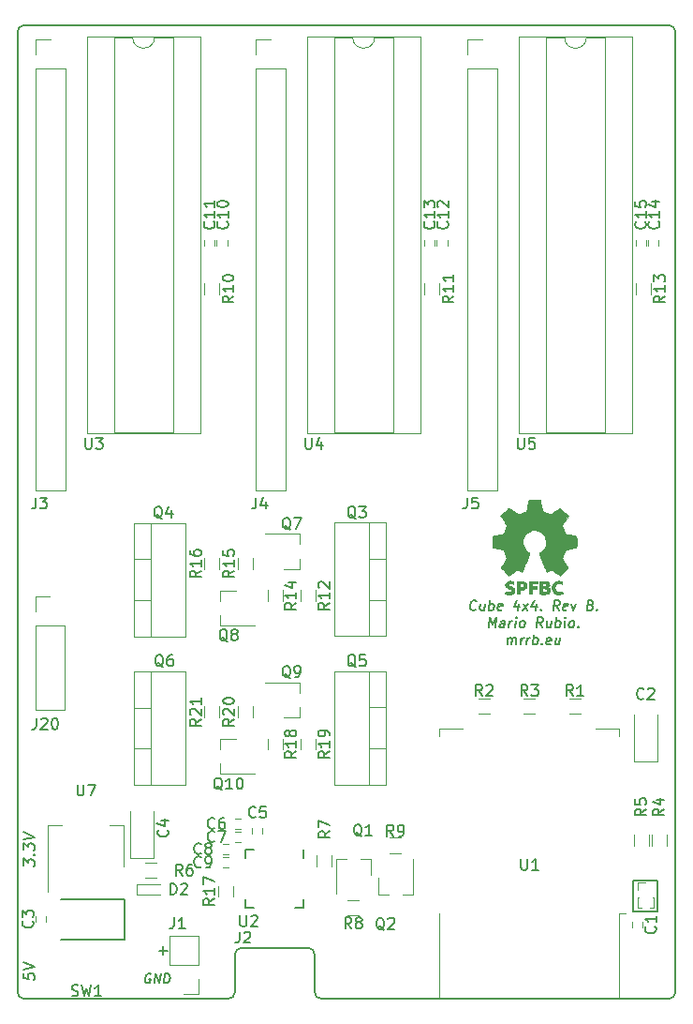
<source format=gbr>
%TF.GenerationSoftware,KiCad,Pcbnew,5.0.0*%
%TF.CreationDate,2018-08-31T22:22:52+02:00*%
%TF.ProjectId,cube,637562652E6B696361645F7063620000,B*%
%TF.SameCoordinates,Original*%
%TF.FileFunction,Legend,Top*%
%TF.FilePolarity,Positive*%
%FSLAX46Y46*%
G04 Gerber Fmt 4.6, Leading zero omitted, Abs format (unit mm)*
G04 Created by KiCad (PCBNEW 5.0.0) date Fri Aug 31 22:22:52 2018*
%MOMM*%
%LPD*%
G01*
G04 APERTURE LIST*
%ADD10C,0.200000*%
%ADD11C,0.140000*%
%ADD12C,0.150000*%
%ADD13C,0.010000*%
%ADD14C,0.120000*%
G04 APERTURE END LIST*
D10*
X98826875Y-117135428D02*
X98778660Y-117178285D01*
X98644732Y-117221142D01*
X98559017Y-117221142D01*
X98435803Y-117178285D01*
X98360803Y-117092571D01*
X98328660Y-117006857D01*
X98307232Y-116835428D01*
X98323303Y-116706857D01*
X98387589Y-116535428D01*
X98441160Y-116449714D01*
X98537589Y-116364000D01*
X98671517Y-116321142D01*
X98757232Y-116321142D01*
X98880446Y-116364000D01*
X98917946Y-116406857D01*
X99662589Y-116621142D02*
X99587589Y-117221142D01*
X99276875Y-116621142D02*
X99217946Y-117092571D01*
X99250089Y-117178285D01*
X99330446Y-117221142D01*
X99459017Y-117221142D01*
X99550089Y-117178285D01*
X99598303Y-117135428D01*
X100016160Y-117221142D02*
X100128660Y-116321142D01*
X100085803Y-116664000D02*
X100176875Y-116621142D01*
X100348303Y-116621142D01*
X100428660Y-116664000D01*
X100466160Y-116706857D01*
X100498303Y-116792571D01*
X100466160Y-117049714D01*
X100412589Y-117135428D01*
X100364375Y-117178285D01*
X100273303Y-117221142D01*
X100101875Y-117221142D01*
X100021517Y-117178285D01*
X101178660Y-117178285D02*
X101087589Y-117221142D01*
X100916160Y-117221142D01*
X100835803Y-117178285D01*
X100803660Y-117092571D01*
X100846517Y-116749714D01*
X100900089Y-116664000D01*
X100991160Y-116621142D01*
X101162589Y-116621142D01*
X101242946Y-116664000D01*
X101275089Y-116749714D01*
X101264375Y-116835428D01*
X100825089Y-116921142D01*
X102748303Y-116621142D02*
X102673303Y-117221142D01*
X102576875Y-116278285D02*
X102282232Y-116921142D01*
X102839375Y-116921142D01*
X103059017Y-117221142D02*
X103605446Y-116621142D01*
X103134017Y-116621142D02*
X103530446Y-117221142D01*
X104334017Y-116621142D02*
X104259017Y-117221142D01*
X104162589Y-116278285D02*
X103867946Y-116921142D01*
X104425089Y-116921142D01*
X104741160Y-117135428D02*
X104778660Y-117178285D01*
X104730446Y-117221142D01*
X104692946Y-117178285D01*
X104741160Y-117135428D01*
X104730446Y-117221142D01*
X106359017Y-117221142D02*
X106112589Y-116792571D01*
X105844732Y-117221142D02*
X105957232Y-116321142D01*
X106300089Y-116321142D01*
X106380446Y-116364000D01*
X106417946Y-116406857D01*
X106450089Y-116492571D01*
X106434017Y-116621142D01*
X106380446Y-116706857D01*
X106332232Y-116749714D01*
X106241160Y-116792571D01*
X105898303Y-116792571D01*
X107092946Y-117178285D02*
X107001875Y-117221142D01*
X106830446Y-117221142D01*
X106750089Y-117178285D01*
X106717946Y-117092571D01*
X106760803Y-116749714D01*
X106814375Y-116664000D01*
X106905446Y-116621142D01*
X107076875Y-116621142D01*
X107157232Y-116664000D01*
X107189375Y-116749714D01*
X107178660Y-116835428D01*
X106739375Y-116921142D01*
X107505446Y-116621142D02*
X107644732Y-117221142D01*
X107934017Y-116621142D01*
X109246517Y-116749714D02*
X109369732Y-116792571D01*
X109407232Y-116835428D01*
X109439375Y-116921142D01*
X109423303Y-117049714D01*
X109369732Y-117135428D01*
X109321517Y-117178285D01*
X109230446Y-117221142D01*
X108887589Y-117221142D01*
X109000089Y-116321142D01*
X109300089Y-116321142D01*
X109380446Y-116364000D01*
X109417946Y-116406857D01*
X109450089Y-116492571D01*
X109439375Y-116578285D01*
X109385803Y-116664000D01*
X109337589Y-116706857D01*
X109246517Y-116749714D01*
X108946517Y-116749714D01*
X109798303Y-117135428D02*
X109835803Y-117178285D01*
X109787589Y-117221142D01*
X109750089Y-117178285D01*
X109798303Y-117135428D01*
X109787589Y-117221142D01*
X99994732Y-118771142D02*
X100107232Y-117871142D01*
X100326875Y-118514000D01*
X100707232Y-117871142D01*
X100594732Y-118771142D01*
X101409017Y-118771142D02*
X101467946Y-118299714D01*
X101435803Y-118214000D01*
X101355446Y-118171142D01*
X101184017Y-118171142D01*
X101092946Y-118214000D01*
X101414375Y-118728285D02*
X101323303Y-118771142D01*
X101109017Y-118771142D01*
X101028660Y-118728285D01*
X100996517Y-118642571D01*
X101007232Y-118556857D01*
X101060803Y-118471142D01*
X101151875Y-118428285D01*
X101366160Y-118428285D01*
X101457232Y-118385428D01*
X101837589Y-118771142D02*
X101912589Y-118171142D01*
X101891160Y-118342571D02*
X101944732Y-118256857D01*
X101992946Y-118214000D01*
X102084017Y-118171142D01*
X102169732Y-118171142D01*
X102394732Y-118771142D02*
X102469732Y-118171142D01*
X102507232Y-117871142D02*
X102459017Y-117914000D01*
X102496517Y-117956857D01*
X102544732Y-117914000D01*
X102507232Y-117871142D01*
X102496517Y-117956857D01*
X102951875Y-118771142D02*
X102871517Y-118728285D01*
X102834017Y-118685428D01*
X102801875Y-118599714D01*
X102834017Y-118342571D01*
X102887589Y-118256857D01*
X102935803Y-118214000D01*
X103026875Y-118171142D01*
X103155446Y-118171142D01*
X103235803Y-118214000D01*
X103273303Y-118256857D01*
X103305446Y-118342571D01*
X103273303Y-118599714D01*
X103219732Y-118685428D01*
X103171517Y-118728285D01*
X103080446Y-118771142D01*
X102951875Y-118771142D01*
X104837589Y-118771142D02*
X104591160Y-118342571D01*
X104323303Y-118771142D02*
X104435803Y-117871142D01*
X104778660Y-117871142D01*
X104859017Y-117914000D01*
X104896517Y-117956857D01*
X104928660Y-118042571D01*
X104912589Y-118171142D01*
X104859017Y-118256857D01*
X104810803Y-118299714D01*
X104719732Y-118342571D01*
X104376875Y-118342571D01*
X105684017Y-118171142D02*
X105609017Y-118771142D01*
X105298303Y-118171142D02*
X105239375Y-118642571D01*
X105271517Y-118728285D01*
X105351875Y-118771142D01*
X105480446Y-118771142D01*
X105571517Y-118728285D01*
X105619732Y-118685428D01*
X106037589Y-118771142D02*
X106150089Y-117871142D01*
X106107232Y-118214000D02*
X106198303Y-118171142D01*
X106369732Y-118171142D01*
X106450089Y-118214000D01*
X106487589Y-118256857D01*
X106519732Y-118342571D01*
X106487589Y-118599714D01*
X106434017Y-118685428D01*
X106385803Y-118728285D01*
X106294732Y-118771142D01*
X106123303Y-118771142D01*
X106042946Y-118728285D01*
X106851875Y-118771142D02*
X106926875Y-118171142D01*
X106964375Y-117871142D02*
X106916160Y-117914000D01*
X106953660Y-117956857D01*
X107001875Y-117914000D01*
X106964375Y-117871142D01*
X106953660Y-117956857D01*
X107409017Y-118771142D02*
X107328660Y-118728285D01*
X107291160Y-118685428D01*
X107259017Y-118599714D01*
X107291160Y-118342571D01*
X107344732Y-118256857D01*
X107392946Y-118214000D01*
X107484017Y-118171142D01*
X107612589Y-118171142D01*
X107692946Y-118214000D01*
X107730446Y-118256857D01*
X107762589Y-118342571D01*
X107730446Y-118599714D01*
X107676875Y-118685428D01*
X107628660Y-118728285D01*
X107537589Y-118771142D01*
X107409017Y-118771142D01*
X108105446Y-118685428D02*
X108142946Y-118728285D01*
X108094732Y-118771142D01*
X108057232Y-118728285D01*
X108105446Y-118685428D01*
X108094732Y-118771142D01*
X101687589Y-120321142D02*
X101762589Y-119721142D01*
X101751875Y-119806857D02*
X101800089Y-119764000D01*
X101891160Y-119721142D01*
X102019732Y-119721142D01*
X102100089Y-119764000D01*
X102132232Y-119849714D01*
X102073303Y-120321142D01*
X102132232Y-119849714D02*
X102185803Y-119764000D01*
X102276875Y-119721142D01*
X102405446Y-119721142D01*
X102485803Y-119764000D01*
X102517946Y-119849714D01*
X102459017Y-120321142D01*
X102887589Y-120321142D02*
X102962589Y-119721142D01*
X102941160Y-119892571D02*
X102994732Y-119806857D01*
X103042946Y-119764000D01*
X103134017Y-119721142D01*
X103219732Y-119721142D01*
X103444732Y-120321142D02*
X103519732Y-119721142D01*
X103498303Y-119892571D02*
X103551875Y-119806857D01*
X103600089Y-119764000D01*
X103691160Y-119721142D01*
X103776875Y-119721142D01*
X104001875Y-120321142D02*
X104114375Y-119421142D01*
X104071517Y-119764000D02*
X104162589Y-119721142D01*
X104334017Y-119721142D01*
X104414375Y-119764000D01*
X104451875Y-119806857D01*
X104484017Y-119892571D01*
X104451875Y-120149714D01*
X104398303Y-120235428D01*
X104350089Y-120278285D01*
X104259017Y-120321142D01*
X104087589Y-120321142D01*
X104007232Y-120278285D01*
X104826875Y-120235428D02*
X104864375Y-120278285D01*
X104816160Y-120321142D01*
X104778660Y-120278285D01*
X104826875Y-120235428D01*
X104816160Y-120321142D01*
X105592946Y-120278285D02*
X105501875Y-120321142D01*
X105330446Y-120321142D01*
X105250089Y-120278285D01*
X105217946Y-120192571D01*
X105260803Y-119849714D01*
X105314375Y-119764000D01*
X105405446Y-119721142D01*
X105576875Y-119721142D01*
X105657232Y-119764000D01*
X105689375Y-119849714D01*
X105678660Y-119935428D01*
X105239375Y-120021142D01*
X106476875Y-119721142D02*
X106401875Y-120321142D01*
X106091160Y-119721142D02*
X106032232Y-120192571D01*
X106064375Y-120278285D01*
X106144732Y-120321142D01*
X106273303Y-120321142D01*
X106364375Y-120278285D01*
X106412589Y-120235428D01*
D11*
X69467568Y-150075000D02*
X69391675Y-150034523D01*
X69270247Y-150034523D01*
X69143758Y-150075000D01*
X69052687Y-150155952D01*
X69002092Y-150236904D01*
X68941377Y-150398809D01*
X68926199Y-150520238D01*
X68946437Y-150682142D01*
X68976794Y-150763095D01*
X69047627Y-150844047D01*
X69163997Y-150884523D01*
X69244949Y-150884523D01*
X69371437Y-150844047D01*
X69416973Y-150803571D01*
X69452389Y-150520238D01*
X69290485Y-150520238D01*
X69771139Y-150884523D02*
X69877389Y-150034523D01*
X70256854Y-150884523D01*
X70363104Y-150034523D01*
X70661616Y-150884523D02*
X70767866Y-150034523D01*
X70970247Y-150034523D01*
X71086616Y-150075000D01*
X71157449Y-150155952D01*
X71187806Y-150236904D01*
X71208044Y-150398809D01*
X71192866Y-150520238D01*
X71132151Y-150682142D01*
X71081556Y-150763095D01*
X70990485Y-150844047D01*
X70863997Y-150884523D01*
X70661616Y-150884523D01*
D12*
X70219047Y-147971428D02*
X70980952Y-147971428D01*
X70600000Y-148352380D02*
X70600000Y-147590476D01*
X57952380Y-140251175D02*
X57952380Y-139632127D01*
X58333333Y-140013080D01*
X58333333Y-139870223D01*
X58380952Y-139780937D01*
X58428571Y-139739270D01*
X58523809Y-139703556D01*
X58761904Y-139733318D01*
X58857142Y-139792842D01*
X58904761Y-139846413D01*
X58952380Y-139947604D01*
X58952380Y-140233318D01*
X58904761Y-140322604D01*
X58857142Y-140364270D01*
X58857142Y-139316651D02*
X58904761Y-139274985D01*
X58952380Y-139328556D01*
X58904761Y-139370223D01*
X58857142Y-139316651D01*
X58952380Y-139328556D01*
X57952380Y-138822604D02*
X57952380Y-138203556D01*
X58333333Y-138584508D01*
X58333333Y-138441651D01*
X58380952Y-138352366D01*
X58428571Y-138310699D01*
X58523809Y-138274985D01*
X58761904Y-138304747D01*
X58857142Y-138364270D01*
X58904761Y-138417842D01*
X58952380Y-138519032D01*
X58952380Y-138804747D01*
X58904761Y-138894032D01*
X58857142Y-138935699D01*
X57952380Y-137917842D02*
X58952380Y-137709508D01*
X57952380Y-137251175D01*
X57952380Y-149965461D02*
X57952380Y-150441651D01*
X58428571Y-150548794D01*
X58380952Y-150495223D01*
X58333333Y-150394032D01*
X58333333Y-150155937D01*
X58380952Y-150066651D01*
X58428571Y-150024985D01*
X58523809Y-149989270D01*
X58761904Y-150019032D01*
X58857142Y-150078556D01*
X58904761Y-150132127D01*
X58952380Y-150233318D01*
X58952380Y-150471413D01*
X58904761Y-150560699D01*
X58857142Y-150602366D01*
X57952380Y-149632127D02*
X58952380Y-149423794D01*
X57952380Y-148965461D01*
D10*
X113100000Y-144400000D02*
X113100000Y-141600000D01*
X115300000Y-144400000D02*
X113100000Y-144400000D01*
X115300000Y-141600000D02*
X115300000Y-144400000D01*
X113100000Y-141600000D02*
X115300000Y-141600000D01*
D12*
X116300000Y-64400000D02*
G75*
G02X116900000Y-65000000I0J-600000D01*
G01*
X116900000Y-151700000D02*
X116900000Y-65000000D01*
X116900000Y-151700000D02*
G75*
G02X116300000Y-152300000I-600000J0D01*
G01*
X58000000Y-64400000D02*
X116300000Y-64400000D01*
X57400000Y-65000000D02*
G75*
G02X58000000Y-64400000I600000J0D01*
G01*
X58000000Y-152300000D02*
G75*
G02X57400000Y-151700000I0J600000D01*
G01*
X76450000Y-152300000D02*
X58000000Y-152300000D01*
X84900000Y-152300000D02*
X116300000Y-152300000D01*
X57400000Y-151700000D02*
X57400000Y-65000000D01*
X84275000Y-148300000D02*
X84275000Y-151700000D01*
X84875000Y-152300000D02*
G75*
G02X84275000Y-151700000I0J600000D01*
G01*
X83675000Y-147700000D02*
G75*
G02X84275000Y-148300000I0J-600000D01*
G01*
X77675000Y-147700000D02*
X83675000Y-147700000D01*
X77075000Y-148300000D02*
G75*
G02X77675000Y-147700000I600000J0D01*
G01*
X77075000Y-151700000D02*
G75*
G02X76475000Y-152300000I-600000J0D01*
G01*
X77075000Y-148300000D02*
X77075000Y-151700000D01*
D13*
G36*
X104207476Y-107222756D02*
X104318646Y-107223420D01*
X104421419Y-107224679D01*
X104510511Y-107226532D01*
X104580642Y-107228980D01*
X104626529Y-107232020D01*
X104642361Y-107234956D01*
X104650411Y-107254269D01*
X104663369Y-107302601D01*
X104680279Y-107375613D01*
X104700191Y-107468968D01*
X104722149Y-107578327D01*
X104745200Y-107699355D01*
X104749298Y-107721530D01*
X104772490Y-107846033D01*
X104794532Y-107961371D01*
X104814480Y-108062835D01*
X104831391Y-108145718D01*
X104844322Y-108205312D01*
X104852328Y-108236909D01*
X104852972Y-108238754D01*
X104862735Y-108254988D01*
X104882058Y-108272088D01*
X104914847Y-108292036D01*
X104965006Y-108316814D01*
X105036443Y-108348407D01*
X105133061Y-108388797D01*
X105211702Y-108420905D01*
X105313654Y-108461748D01*
X105406290Y-108497831D01*
X105484596Y-108527282D01*
X105543555Y-108548231D01*
X105578151Y-108558808D01*
X105583877Y-108559718D01*
X105605032Y-108550388D01*
X105650176Y-108524070D01*
X105715539Y-108483182D01*
X105797354Y-108430137D01*
X105891851Y-108367352D01*
X105995261Y-108297242D01*
X106022104Y-108278826D01*
X106126680Y-108207102D01*
X106222646Y-108141647D01*
X106306339Y-108084932D01*
X106374098Y-108039425D01*
X106422259Y-108007595D01*
X106447162Y-107991910D01*
X106449361Y-107990787D01*
X106465619Y-108000508D01*
X106502543Y-108031511D01*
X106557058Y-108080928D01*
X106626087Y-108145892D01*
X106706554Y-108223535D01*
X106795384Y-108310989D01*
X106831686Y-108347193D01*
X107195038Y-108710865D01*
X107018060Y-108969666D01*
X106950978Y-109067863D01*
X106880393Y-109171358D01*
X106812567Y-109270960D01*
X106753757Y-109357482D01*
X106724687Y-109400351D01*
X106608290Y-109572236D01*
X106763880Y-109936908D01*
X106808846Y-110041021D01*
X106850435Y-110134906D01*
X106886532Y-110213983D01*
X106915022Y-110273670D01*
X106933793Y-110309386D01*
X106939435Y-110317345D01*
X106960710Y-110324404D01*
X107010893Y-110336517D01*
X107085557Y-110352759D01*
X107180278Y-110372199D01*
X107290629Y-110393911D01*
X107412184Y-110416967D01*
X107432713Y-110420780D01*
X107555808Y-110444064D01*
X107668530Y-110466308D01*
X107766427Y-110486560D01*
X107845048Y-110503868D01*
X107899942Y-110517281D01*
X107926656Y-110525846D01*
X107928013Y-110526698D01*
X107934735Y-110539655D01*
X107940026Y-110568187D01*
X107944019Y-110615416D01*
X107946851Y-110684463D01*
X107948655Y-110778453D01*
X107949567Y-110900507D01*
X107949741Y-111029707D01*
X107949203Y-111155245D01*
X107947812Y-111270235D01*
X107945693Y-111370180D01*
X107942972Y-111450583D01*
X107939776Y-111506946D01*
X107936231Y-111534774D01*
X107935545Y-111536437D01*
X107915080Y-111545857D01*
X107864292Y-111560167D01*
X107786263Y-111578668D01*
X107684072Y-111600664D01*
X107560799Y-111625456D01*
X107443240Y-111647927D01*
X107282509Y-111678764D01*
X107152569Y-111705337D01*
X107054044Y-111727502D01*
X106987561Y-111745115D01*
X106953745Y-111758033D01*
X106949739Y-111761424D01*
X106936980Y-111787406D01*
X106914819Y-111838456D01*
X106885405Y-111909125D01*
X106850888Y-111993963D01*
X106813416Y-112087521D01*
X106775140Y-112184350D01*
X106738208Y-112279000D01*
X106704770Y-112366023D01*
X106676974Y-112439970D01*
X106656971Y-112495390D01*
X106646909Y-112526836D01*
X106646134Y-112531175D01*
X106655392Y-112551417D01*
X106681539Y-112595672D01*
X106722136Y-112660143D01*
X106774741Y-112741036D01*
X106836916Y-112834553D01*
X106906221Y-112936899D01*
X106917915Y-112953997D01*
X106999629Y-113073944D01*
X107063407Y-113169247D01*
X107110993Y-113242822D01*
X107144132Y-113297588D01*
X107164567Y-113336461D01*
X107174043Y-113362358D01*
X107174304Y-113378197D01*
X107173152Y-113380895D01*
X107155697Y-113402910D01*
X107118389Y-113443632D01*
X107064951Y-113499397D01*
X106999104Y-113566544D01*
X106924570Y-113641412D01*
X106845072Y-113720337D01*
X106764331Y-113799658D01*
X106686068Y-113875713D01*
X106614007Y-113944839D01*
X106551870Y-114003375D01*
X106503377Y-114047659D01*
X106472251Y-114074028D01*
X106462747Y-114079866D01*
X106443867Y-114070615D01*
X106400990Y-114044514D01*
X106337927Y-114004049D01*
X106258487Y-113951702D01*
X106166481Y-113889957D01*
X106065720Y-113821297D01*
X106060044Y-113817400D01*
X105958599Y-113748358D01*
X105865355Y-113686115D01*
X105784190Y-113633161D01*
X105718983Y-113591988D01*
X105673612Y-113565089D01*
X105651953Y-113554955D01*
X105651579Y-113554933D01*
X105626918Y-113562608D01*
X105579571Y-113583477D01*
X105516470Y-113614304D01*
X105448276Y-113649849D01*
X105359383Y-113695316D01*
X105296886Y-113722252D01*
X105261415Y-113730402D01*
X105254576Y-113728015D01*
X105245287Y-113709819D01*
X105224657Y-113663857D01*
X105194171Y-113593702D01*
X105155317Y-113502928D01*
X105109580Y-113395108D01*
X105058447Y-113273815D01*
X105003404Y-113142623D01*
X104945938Y-113005105D01*
X104887536Y-112864833D01*
X104829683Y-112725381D01*
X104773866Y-112590322D01*
X104721571Y-112463230D01*
X104674285Y-112347678D01*
X104633494Y-112247239D01*
X104600684Y-112165486D01*
X104577343Y-112105992D01*
X104564955Y-112072330D01*
X104563334Y-112066301D01*
X104576347Y-112050418D01*
X104611287Y-112020634D01*
X104662010Y-111981990D01*
X104694567Y-111958673D01*
X104858263Y-111826592D01*
X104990655Y-111681914D01*
X105091652Y-111524804D01*
X105161161Y-111355427D01*
X105199090Y-111173950D01*
X105206801Y-111040333D01*
X105190547Y-110854803D01*
X105143283Y-110678629D01*
X105067253Y-110514756D01*
X104964699Y-110366131D01*
X104837868Y-110235700D01*
X104689002Y-110126410D01*
X104520346Y-110041206D01*
X104418389Y-110005202D01*
X104303702Y-109981877D01*
X104171007Y-109973090D01*
X104032721Y-109978506D01*
X103901262Y-109997790D01*
X103813552Y-110021518D01*
X103637372Y-110099173D01*
X103479373Y-110205187D01*
X103356005Y-110320763D01*
X103238065Y-110471220D01*
X103151797Y-110633665D01*
X103097145Y-110808239D01*
X103074053Y-110995082D01*
X103073201Y-111040333D01*
X103089026Y-111230177D01*
X103136473Y-111407933D01*
X103215501Y-111573524D01*
X103326066Y-111726876D01*
X103468128Y-111867913D01*
X103586791Y-111959624D01*
X103652891Y-112008149D01*
X103692997Y-112043480D01*
X103710605Y-112069075D01*
X103711451Y-112082918D01*
X103702215Y-112109219D01*
X103681626Y-112162323D01*
X103651184Y-112238619D01*
X103612390Y-112334499D01*
X103566744Y-112446354D01*
X103515746Y-112570574D01*
X103460897Y-112703550D01*
X103403697Y-112841674D01*
X103345648Y-112981335D01*
X103288248Y-113118925D01*
X103232999Y-113250835D01*
X103181401Y-113373456D01*
X103134954Y-113483178D01*
X103095160Y-113576392D01*
X103063517Y-113649490D01*
X103041528Y-113698861D01*
X103030692Y-113720897D01*
X103030240Y-113721503D01*
X103016354Y-113728748D01*
X102992471Y-113725810D01*
X102953487Y-113710829D01*
X102894298Y-113681945D01*
X102832630Y-113649536D01*
X102760845Y-113612364D01*
X102698180Y-113582058D01*
X102651594Y-113561847D01*
X102628583Y-113554933D01*
X102608011Y-113564223D01*
X102563574Y-113590425D01*
X102499155Y-113631042D01*
X102418641Y-113683574D01*
X102325917Y-113745523D01*
X102224868Y-113814389D01*
X102220494Y-113817400D01*
X102119692Y-113886380D01*
X102027616Y-113948577D01*
X101948040Y-114001506D01*
X101884739Y-114042683D01*
X101841488Y-114069622D01*
X101822063Y-114079839D01*
X101821768Y-114079866D01*
X101805866Y-114068266D01*
X101769349Y-114035447D01*
X101715305Y-113984377D01*
X101646820Y-113918028D01*
X101566983Y-113839370D01*
X101478881Y-113751373D01*
X101448120Y-113720388D01*
X101358657Y-113629879D01*
X101277429Y-113547311D01*
X101207362Y-113475691D01*
X101151384Y-113418026D01*
X101112422Y-113377323D01*
X101093404Y-113356588D01*
X101092000Y-113354612D01*
X101101190Y-113339572D01*
X101127147Y-113300206D01*
X101167455Y-113240100D01*
X101219699Y-113162836D01*
X101281462Y-113071998D01*
X101350327Y-112971171D01*
X101362934Y-112952758D01*
X101433047Y-112849505D01*
X101496422Y-112754469D01*
X101550613Y-112671453D01*
X101593176Y-112604259D01*
X101621669Y-112556692D01*
X101633646Y-112532553D01*
X101633867Y-112531175D01*
X101627801Y-112509402D01*
X101611034Y-112461743D01*
X101585717Y-112393647D01*
X101553999Y-112310563D01*
X101518030Y-112217940D01*
X101479960Y-112121226D01*
X101441937Y-112025870D01*
X101406112Y-111937320D01*
X101374635Y-111861025D01*
X101349655Y-111802435D01*
X101333321Y-111766997D01*
X101330045Y-111761073D01*
X101307503Y-111749500D01*
X101251564Y-111733185D01*
X101162361Y-111712158D01*
X101040026Y-111686451D01*
X100884691Y-111656094D01*
X100836140Y-111646922D01*
X100704903Y-111621651D01*
X100588405Y-111597966D01*
X100490361Y-111576706D01*
X100414487Y-111558711D01*
X100364498Y-111544818D01*
X100344109Y-111535868D01*
X100344051Y-111535782D01*
X100340559Y-111513912D01*
X100337383Y-111462664D01*
X100334646Y-111386529D01*
X100332470Y-111289994D01*
X100330977Y-111177549D01*
X100330289Y-111053682D01*
X100330260Y-111029707D01*
X100330552Y-110879190D01*
X100331686Y-110759658D01*
X100333783Y-110668233D01*
X100336961Y-110602041D01*
X100341341Y-110558206D01*
X100347042Y-110533853D01*
X100351182Y-110527368D01*
X100372777Y-110519832D01*
X100423271Y-110507265D01*
X100498227Y-110490612D01*
X100593207Y-110470820D01*
X100703775Y-110448836D01*
X100825495Y-110425607D01*
X100846482Y-110421694D01*
X100969542Y-110398410D01*
X101082121Y-110376311D01*
X101179797Y-110356329D01*
X101258150Y-110339394D01*
X101312758Y-110326438D01*
X101339200Y-110318394D01*
X101340566Y-110317590D01*
X101352649Y-110298005D01*
X101375693Y-110251765D01*
X101407585Y-110183456D01*
X101446210Y-110097660D01*
X101489454Y-109998965D01*
X101516121Y-109936908D01*
X101671711Y-109572236D01*
X101555314Y-109400351D01*
X101505192Y-109326487D01*
X101442191Y-109233872D01*
X101372569Y-109131694D01*
X101302586Y-109029142D01*
X101261941Y-108969666D01*
X101084963Y-108710865D01*
X101448315Y-108347193D01*
X101539647Y-108256693D01*
X101623920Y-108174928D01*
X101698042Y-108104760D01*
X101758922Y-108049055D01*
X101803465Y-108010674D01*
X101828582Y-107992483D01*
X101832441Y-107991478D01*
X101851236Y-108002813D01*
X101894178Y-108030950D01*
X101957579Y-108073403D01*
X102037751Y-108127683D01*
X102131005Y-108191301D01*
X102233655Y-108261771D01*
X102259411Y-108279518D01*
X102364165Y-108351061D01*
X102460973Y-108415872D01*
X102546057Y-108471522D01*
X102615638Y-108515586D01*
X102665938Y-108545636D01*
X102693178Y-108559248D01*
X102695837Y-108559798D01*
X102719919Y-108553697D01*
X102770272Y-108536516D01*
X102841873Y-108510125D01*
X102929698Y-108476393D01*
X103028725Y-108437188D01*
X103068181Y-108421270D01*
X103183299Y-108374144D01*
X103270693Y-108337099D01*
X103334282Y-108308147D01*
X103377984Y-108285298D01*
X103405719Y-108266562D01*
X103421405Y-108249950D01*
X103427117Y-108239038D01*
X103434479Y-108211454D01*
X103446885Y-108155247D01*
X103463389Y-108075130D01*
X103483042Y-107975811D01*
X103504898Y-107862002D01*
X103528012Y-107738413D01*
X103531147Y-107721400D01*
X103554288Y-107598761D01*
X103576489Y-107487032D01*
X103596798Y-107390550D01*
X103614263Y-107313649D01*
X103627936Y-107260665D01*
X103636863Y-107235933D01*
X103637878Y-107234826D01*
X103659924Y-107231305D01*
X103710548Y-107228385D01*
X103784470Y-107226063D01*
X103876406Y-107224340D01*
X103981074Y-107223215D01*
X104093191Y-107222687D01*
X104207476Y-107222756D01*
X104207476Y-107222756D01*
G37*
X104207476Y-107222756D02*
X104318646Y-107223420D01*
X104421419Y-107224679D01*
X104510511Y-107226532D01*
X104580642Y-107228980D01*
X104626529Y-107232020D01*
X104642361Y-107234956D01*
X104650411Y-107254269D01*
X104663369Y-107302601D01*
X104680279Y-107375613D01*
X104700191Y-107468968D01*
X104722149Y-107578327D01*
X104745200Y-107699355D01*
X104749298Y-107721530D01*
X104772490Y-107846033D01*
X104794532Y-107961371D01*
X104814480Y-108062835D01*
X104831391Y-108145718D01*
X104844322Y-108205312D01*
X104852328Y-108236909D01*
X104852972Y-108238754D01*
X104862735Y-108254988D01*
X104882058Y-108272088D01*
X104914847Y-108292036D01*
X104965006Y-108316814D01*
X105036443Y-108348407D01*
X105133061Y-108388797D01*
X105211702Y-108420905D01*
X105313654Y-108461748D01*
X105406290Y-108497831D01*
X105484596Y-108527282D01*
X105543555Y-108548231D01*
X105578151Y-108558808D01*
X105583877Y-108559718D01*
X105605032Y-108550388D01*
X105650176Y-108524070D01*
X105715539Y-108483182D01*
X105797354Y-108430137D01*
X105891851Y-108367352D01*
X105995261Y-108297242D01*
X106022104Y-108278826D01*
X106126680Y-108207102D01*
X106222646Y-108141647D01*
X106306339Y-108084932D01*
X106374098Y-108039425D01*
X106422259Y-108007595D01*
X106447162Y-107991910D01*
X106449361Y-107990787D01*
X106465619Y-108000508D01*
X106502543Y-108031511D01*
X106557058Y-108080928D01*
X106626087Y-108145892D01*
X106706554Y-108223535D01*
X106795384Y-108310989D01*
X106831686Y-108347193D01*
X107195038Y-108710865D01*
X107018060Y-108969666D01*
X106950978Y-109067863D01*
X106880393Y-109171358D01*
X106812567Y-109270960D01*
X106753757Y-109357482D01*
X106724687Y-109400351D01*
X106608290Y-109572236D01*
X106763880Y-109936908D01*
X106808846Y-110041021D01*
X106850435Y-110134906D01*
X106886532Y-110213983D01*
X106915022Y-110273670D01*
X106933793Y-110309386D01*
X106939435Y-110317345D01*
X106960710Y-110324404D01*
X107010893Y-110336517D01*
X107085557Y-110352759D01*
X107180278Y-110372199D01*
X107290629Y-110393911D01*
X107412184Y-110416967D01*
X107432713Y-110420780D01*
X107555808Y-110444064D01*
X107668530Y-110466308D01*
X107766427Y-110486560D01*
X107845048Y-110503868D01*
X107899942Y-110517281D01*
X107926656Y-110525846D01*
X107928013Y-110526698D01*
X107934735Y-110539655D01*
X107940026Y-110568187D01*
X107944019Y-110615416D01*
X107946851Y-110684463D01*
X107948655Y-110778453D01*
X107949567Y-110900507D01*
X107949741Y-111029707D01*
X107949203Y-111155245D01*
X107947812Y-111270235D01*
X107945693Y-111370180D01*
X107942972Y-111450583D01*
X107939776Y-111506946D01*
X107936231Y-111534774D01*
X107935545Y-111536437D01*
X107915080Y-111545857D01*
X107864292Y-111560167D01*
X107786263Y-111578668D01*
X107684072Y-111600664D01*
X107560799Y-111625456D01*
X107443240Y-111647927D01*
X107282509Y-111678764D01*
X107152569Y-111705337D01*
X107054044Y-111727502D01*
X106987561Y-111745115D01*
X106953745Y-111758033D01*
X106949739Y-111761424D01*
X106936980Y-111787406D01*
X106914819Y-111838456D01*
X106885405Y-111909125D01*
X106850888Y-111993963D01*
X106813416Y-112087521D01*
X106775140Y-112184350D01*
X106738208Y-112279000D01*
X106704770Y-112366023D01*
X106676974Y-112439970D01*
X106656971Y-112495390D01*
X106646909Y-112526836D01*
X106646134Y-112531175D01*
X106655392Y-112551417D01*
X106681539Y-112595672D01*
X106722136Y-112660143D01*
X106774741Y-112741036D01*
X106836916Y-112834553D01*
X106906221Y-112936899D01*
X106917915Y-112953997D01*
X106999629Y-113073944D01*
X107063407Y-113169247D01*
X107110993Y-113242822D01*
X107144132Y-113297588D01*
X107164567Y-113336461D01*
X107174043Y-113362358D01*
X107174304Y-113378197D01*
X107173152Y-113380895D01*
X107155697Y-113402910D01*
X107118389Y-113443632D01*
X107064951Y-113499397D01*
X106999104Y-113566544D01*
X106924570Y-113641412D01*
X106845072Y-113720337D01*
X106764331Y-113799658D01*
X106686068Y-113875713D01*
X106614007Y-113944839D01*
X106551870Y-114003375D01*
X106503377Y-114047659D01*
X106472251Y-114074028D01*
X106462747Y-114079866D01*
X106443867Y-114070615D01*
X106400990Y-114044514D01*
X106337927Y-114004049D01*
X106258487Y-113951702D01*
X106166481Y-113889957D01*
X106065720Y-113821297D01*
X106060044Y-113817400D01*
X105958599Y-113748358D01*
X105865355Y-113686115D01*
X105784190Y-113633161D01*
X105718983Y-113591988D01*
X105673612Y-113565089D01*
X105651953Y-113554955D01*
X105651579Y-113554933D01*
X105626918Y-113562608D01*
X105579571Y-113583477D01*
X105516470Y-113614304D01*
X105448276Y-113649849D01*
X105359383Y-113695316D01*
X105296886Y-113722252D01*
X105261415Y-113730402D01*
X105254576Y-113728015D01*
X105245287Y-113709819D01*
X105224657Y-113663857D01*
X105194171Y-113593702D01*
X105155317Y-113502928D01*
X105109580Y-113395108D01*
X105058447Y-113273815D01*
X105003404Y-113142623D01*
X104945938Y-113005105D01*
X104887536Y-112864833D01*
X104829683Y-112725381D01*
X104773866Y-112590322D01*
X104721571Y-112463230D01*
X104674285Y-112347678D01*
X104633494Y-112247239D01*
X104600684Y-112165486D01*
X104577343Y-112105992D01*
X104564955Y-112072330D01*
X104563334Y-112066301D01*
X104576347Y-112050418D01*
X104611287Y-112020634D01*
X104662010Y-111981990D01*
X104694567Y-111958673D01*
X104858263Y-111826592D01*
X104990655Y-111681914D01*
X105091652Y-111524804D01*
X105161161Y-111355427D01*
X105199090Y-111173950D01*
X105206801Y-111040333D01*
X105190547Y-110854803D01*
X105143283Y-110678629D01*
X105067253Y-110514756D01*
X104964699Y-110366131D01*
X104837868Y-110235700D01*
X104689002Y-110126410D01*
X104520346Y-110041206D01*
X104418389Y-110005202D01*
X104303702Y-109981877D01*
X104171007Y-109973090D01*
X104032721Y-109978506D01*
X103901262Y-109997790D01*
X103813552Y-110021518D01*
X103637372Y-110099173D01*
X103479373Y-110205187D01*
X103356005Y-110320763D01*
X103238065Y-110471220D01*
X103151797Y-110633665D01*
X103097145Y-110808239D01*
X103074053Y-110995082D01*
X103073201Y-111040333D01*
X103089026Y-111230177D01*
X103136473Y-111407933D01*
X103215501Y-111573524D01*
X103326066Y-111726876D01*
X103468128Y-111867913D01*
X103586791Y-111959624D01*
X103652891Y-112008149D01*
X103692997Y-112043480D01*
X103710605Y-112069075D01*
X103711451Y-112082918D01*
X103702215Y-112109219D01*
X103681626Y-112162323D01*
X103651184Y-112238619D01*
X103612390Y-112334499D01*
X103566744Y-112446354D01*
X103515746Y-112570574D01*
X103460897Y-112703550D01*
X103403697Y-112841674D01*
X103345648Y-112981335D01*
X103288248Y-113118925D01*
X103232999Y-113250835D01*
X103181401Y-113373456D01*
X103134954Y-113483178D01*
X103095160Y-113576392D01*
X103063517Y-113649490D01*
X103041528Y-113698861D01*
X103030692Y-113720897D01*
X103030240Y-113721503D01*
X103016354Y-113728748D01*
X102992471Y-113725810D01*
X102953487Y-113710829D01*
X102894298Y-113681945D01*
X102832630Y-113649536D01*
X102760845Y-113612364D01*
X102698180Y-113582058D01*
X102651594Y-113561847D01*
X102628583Y-113554933D01*
X102608011Y-113564223D01*
X102563574Y-113590425D01*
X102499155Y-113631042D01*
X102418641Y-113683574D01*
X102325917Y-113745523D01*
X102224868Y-113814389D01*
X102220494Y-113817400D01*
X102119692Y-113886380D01*
X102027616Y-113948577D01*
X101948040Y-114001506D01*
X101884739Y-114042683D01*
X101841488Y-114069622D01*
X101822063Y-114079839D01*
X101821768Y-114079866D01*
X101805866Y-114068266D01*
X101769349Y-114035447D01*
X101715305Y-113984377D01*
X101646820Y-113918028D01*
X101566983Y-113839370D01*
X101478881Y-113751373D01*
X101448120Y-113720388D01*
X101358657Y-113629879D01*
X101277429Y-113547311D01*
X101207362Y-113475691D01*
X101151384Y-113418026D01*
X101112422Y-113377323D01*
X101093404Y-113356588D01*
X101092000Y-113354612D01*
X101101190Y-113339572D01*
X101127147Y-113300206D01*
X101167455Y-113240100D01*
X101219699Y-113162836D01*
X101281462Y-113071998D01*
X101350327Y-112971171D01*
X101362934Y-112952758D01*
X101433047Y-112849505D01*
X101496422Y-112754469D01*
X101550613Y-112671453D01*
X101593176Y-112604259D01*
X101621669Y-112556692D01*
X101633646Y-112532553D01*
X101633867Y-112531175D01*
X101627801Y-112509402D01*
X101611034Y-112461743D01*
X101585717Y-112393647D01*
X101553999Y-112310563D01*
X101518030Y-112217940D01*
X101479960Y-112121226D01*
X101441937Y-112025870D01*
X101406112Y-111937320D01*
X101374635Y-111861025D01*
X101349655Y-111802435D01*
X101333321Y-111766997D01*
X101330045Y-111761073D01*
X101307503Y-111749500D01*
X101251564Y-111733185D01*
X101162361Y-111712158D01*
X101040026Y-111686451D01*
X100884691Y-111656094D01*
X100836140Y-111646922D01*
X100704903Y-111621651D01*
X100588405Y-111597966D01*
X100490361Y-111576706D01*
X100414487Y-111558711D01*
X100364498Y-111544818D01*
X100344109Y-111535868D01*
X100344051Y-111535782D01*
X100340559Y-111513912D01*
X100337383Y-111462664D01*
X100334646Y-111386529D01*
X100332470Y-111289994D01*
X100330977Y-111177549D01*
X100330289Y-111053682D01*
X100330260Y-111029707D01*
X100330552Y-110879190D01*
X100331686Y-110759658D01*
X100333783Y-110668233D01*
X100336961Y-110602041D01*
X100341341Y-110558206D01*
X100347042Y-110533853D01*
X100351182Y-110527368D01*
X100372777Y-110519832D01*
X100423271Y-110507265D01*
X100498227Y-110490612D01*
X100593207Y-110470820D01*
X100703775Y-110448836D01*
X100825495Y-110425607D01*
X100846482Y-110421694D01*
X100969542Y-110398410D01*
X101082121Y-110376311D01*
X101179797Y-110356329D01*
X101258150Y-110339394D01*
X101312758Y-110326438D01*
X101339200Y-110318394D01*
X101340566Y-110317590D01*
X101352649Y-110298005D01*
X101375693Y-110251765D01*
X101407585Y-110183456D01*
X101446210Y-110097660D01*
X101489454Y-109998965D01*
X101516121Y-109936908D01*
X101671711Y-109572236D01*
X101555314Y-109400351D01*
X101505192Y-109326487D01*
X101442191Y-109233872D01*
X101372569Y-109131694D01*
X101302586Y-109029142D01*
X101261941Y-108969666D01*
X101084963Y-108710865D01*
X101448315Y-108347193D01*
X101539647Y-108256693D01*
X101623920Y-108174928D01*
X101698042Y-108104760D01*
X101758922Y-108049055D01*
X101803465Y-108010674D01*
X101828582Y-107992483D01*
X101832441Y-107991478D01*
X101851236Y-108002813D01*
X101894178Y-108030950D01*
X101957579Y-108073403D01*
X102037751Y-108127683D01*
X102131005Y-108191301D01*
X102233655Y-108261771D01*
X102259411Y-108279518D01*
X102364165Y-108351061D01*
X102460973Y-108415872D01*
X102546057Y-108471522D01*
X102615638Y-108515586D01*
X102665938Y-108545636D01*
X102693178Y-108559248D01*
X102695837Y-108559798D01*
X102719919Y-108553697D01*
X102770272Y-108536516D01*
X102841873Y-108510125D01*
X102929698Y-108476393D01*
X103028725Y-108437188D01*
X103068181Y-108421270D01*
X103183299Y-108374144D01*
X103270693Y-108337099D01*
X103334282Y-108308147D01*
X103377984Y-108285298D01*
X103405719Y-108266562D01*
X103421405Y-108249950D01*
X103427117Y-108239038D01*
X103434479Y-108211454D01*
X103446885Y-108155247D01*
X103463389Y-108075130D01*
X103483042Y-107975811D01*
X103504898Y-107862002D01*
X103528012Y-107738413D01*
X103531147Y-107721400D01*
X103554288Y-107598761D01*
X103576489Y-107487032D01*
X103596798Y-107390550D01*
X103614263Y-107313649D01*
X103627936Y-107260665D01*
X103636863Y-107235933D01*
X103637878Y-107234826D01*
X103659924Y-107231305D01*
X103710548Y-107228385D01*
X103784470Y-107226063D01*
X103876406Y-107224340D01*
X103981074Y-107223215D01*
X104093191Y-107222687D01*
X104207476Y-107222756D01*
G36*
X104427867Y-114790184D02*
X104169634Y-114794859D01*
X103911400Y-114799533D01*
X103906455Y-114930766D01*
X103901509Y-115062000D01*
X104377067Y-115062000D01*
X104377067Y-115265200D01*
X103902934Y-115265200D01*
X103902934Y-115756267D01*
X103648934Y-115756267D01*
X103648934Y-114587866D01*
X104427867Y-114587866D01*
X104427867Y-114790184D01*
X104427867Y-114790184D01*
G37*
X104427867Y-114790184D02*
X104169634Y-114794859D01*
X103911400Y-114799533D01*
X103906455Y-114930766D01*
X103901509Y-115062000D01*
X104377067Y-115062000D01*
X104377067Y-115265200D01*
X103902934Y-115265200D01*
X103902934Y-115756267D01*
X103648934Y-115756267D01*
X103648934Y-114587866D01*
X104427867Y-114587866D01*
X104427867Y-114790184D01*
G36*
X102953615Y-114577919D02*
X103038456Y-114584255D01*
X103055730Y-114586632D01*
X103186136Y-114616691D01*
X103287375Y-114662674D01*
X103360883Y-114726001D01*
X103408097Y-114808090D01*
X103430452Y-114910363D01*
X103432772Y-114959308D01*
X103422615Y-115072965D01*
X103389584Y-115166009D01*
X103332169Y-115239697D01*
X103248863Y-115295290D01*
X103138157Y-115334046D01*
X102998545Y-115357224D01*
X102951347Y-115361289D01*
X102802267Y-115371871D01*
X102802267Y-115756267D01*
X102548267Y-115756267D01*
X102548267Y-114791066D01*
X102802267Y-114791066D01*
X102802267Y-115146666D01*
X102903524Y-115146666D01*
X102972252Y-115142040D01*
X103038600Y-115130184D01*
X103070558Y-115120348D01*
X103129777Y-115081628D01*
X103164533Y-115027882D01*
X103175622Y-114966644D01*
X103163836Y-114905452D01*
X103129971Y-114851841D01*
X103074819Y-114813348D01*
X103036977Y-114801602D01*
X102988654Y-114795422D01*
X102925446Y-114791631D01*
X102893284Y-114791066D01*
X102802267Y-114791066D01*
X102548267Y-114791066D01*
X102548267Y-114608471D01*
X102586367Y-114599352D01*
X102658060Y-114587636D01*
X102751266Y-114579939D01*
X102853835Y-114576590D01*
X102953615Y-114577919D01*
X102953615Y-114577919D01*
G37*
X102953615Y-114577919D02*
X103038456Y-114584255D01*
X103055730Y-114586632D01*
X103186136Y-114616691D01*
X103287375Y-114662674D01*
X103360883Y-114726001D01*
X103408097Y-114808090D01*
X103430452Y-114910363D01*
X103432772Y-114959308D01*
X103422615Y-115072965D01*
X103389584Y-115166009D01*
X103332169Y-115239697D01*
X103248863Y-115295290D01*
X103138157Y-115334046D01*
X102998545Y-115357224D01*
X102951347Y-115361289D01*
X102802267Y-115371871D01*
X102802267Y-115756267D01*
X102548267Y-115756267D01*
X102548267Y-114791066D01*
X102802267Y-114791066D01*
X102802267Y-115146666D01*
X102903524Y-115146666D01*
X102972252Y-115142040D01*
X103038600Y-115130184D01*
X103070558Y-115120348D01*
X103129777Y-115081628D01*
X103164533Y-115027882D01*
X103175622Y-114966644D01*
X103163836Y-114905452D01*
X103129971Y-114851841D01*
X103074819Y-114813348D01*
X103036977Y-114801602D01*
X102988654Y-114795422D01*
X102925446Y-114791631D01*
X102893284Y-114791066D01*
X102802267Y-114791066D01*
X102548267Y-114791066D01*
X102548267Y-114608471D01*
X102586367Y-114599352D01*
X102658060Y-114587636D01*
X102751266Y-114579939D01*
X102853835Y-114576590D01*
X102953615Y-114577919D01*
G36*
X105044569Y-114583047D02*
X105136610Y-114588592D01*
X105210355Y-114597109D01*
X105238913Y-114602856D01*
X105331956Y-114640264D01*
X105405647Y-114696580D01*
X105457941Y-114766479D01*
X105486793Y-114844635D01*
X105490157Y-114925723D01*
X105465988Y-115004418D01*
X105418171Y-115069634D01*
X105361960Y-115125845D01*
X105424080Y-115165889D01*
X105491198Y-115228338D01*
X105532010Y-115311211D01*
X105545441Y-115409779D01*
X105529946Y-115515931D01*
X105485084Y-115607390D01*
X105413397Y-115680815D01*
X105317426Y-115732865D01*
X105293459Y-115741068D01*
X105253897Y-115748321D01*
X105188985Y-115754918D01*
X105107238Y-115760519D01*
X105017171Y-115764781D01*
X104927298Y-115767365D01*
X104846135Y-115767930D01*
X104782197Y-115766133D01*
X104749601Y-115762845D01*
X104699460Y-115753250D01*
X104669167Y-115746970D01*
X104631067Y-115738688D01*
X104631067Y-115397844D01*
X104868134Y-115397844D01*
X104869335Y-115465987D01*
X104872545Y-115520663D01*
X104877174Y-115553460D01*
X104879423Y-115558711D01*
X104903919Y-115566044D01*
X104951807Y-115569406D01*
X105012875Y-115569031D01*
X105076910Y-115565149D01*
X105133699Y-115557994D01*
X105159662Y-115552334D01*
X105231718Y-115519101D01*
X105275879Y-115468568D01*
X105290515Y-115403274D01*
X105284382Y-115357808D01*
X105258313Y-115308989D01*
X105207085Y-115275046D01*
X105128583Y-115255117D01*
X105020699Y-115248339D01*
X105016301Y-115248330D01*
X104868134Y-115248266D01*
X104868134Y-115397844D01*
X104631067Y-115397844D01*
X104631067Y-114975691D01*
X104868955Y-114975691D01*
X104872801Y-115023817D01*
X104888463Y-115049570D01*
X104921334Y-115058687D01*
X104976803Y-115056908D01*
X105016323Y-115053585D01*
X105102871Y-115041934D01*
X105166218Y-115024557D01*
X105189867Y-115012368D01*
X105225034Y-114968782D01*
X105238928Y-114910705D01*
X105228701Y-114852059D01*
X105224460Y-114843224D01*
X105190569Y-114812392D01*
X105130469Y-114790092D01*
X105051148Y-114778152D01*
X104973324Y-114777541D01*
X104876601Y-114782600D01*
X104871535Y-114899453D01*
X104868955Y-114975691D01*
X104631067Y-114975691D01*
X104631067Y-114606334D01*
X104694567Y-114593889D01*
X104759230Y-114585893D01*
X104845823Y-114581531D01*
X104944288Y-114580638D01*
X105044569Y-114583047D01*
X105044569Y-114583047D01*
G37*
X105044569Y-114583047D02*
X105136610Y-114588592D01*
X105210355Y-114597109D01*
X105238913Y-114602856D01*
X105331956Y-114640264D01*
X105405647Y-114696580D01*
X105457941Y-114766479D01*
X105486793Y-114844635D01*
X105490157Y-114925723D01*
X105465988Y-115004418D01*
X105418171Y-115069634D01*
X105361960Y-115125845D01*
X105424080Y-115165889D01*
X105491198Y-115228338D01*
X105532010Y-115311211D01*
X105545441Y-115409779D01*
X105529946Y-115515931D01*
X105485084Y-115607390D01*
X105413397Y-115680815D01*
X105317426Y-115732865D01*
X105293459Y-115741068D01*
X105253897Y-115748321D01*
X105188985Y-115754918D01*
X105107238Y-115760519D01*
X105017171Y-115764781D01*
X104927298Y-115767365D01*
X104846135Y-115767930D01*
X104782197Y-115766133D01*
X104749601Y-115762845D01*
X104699460Y-115753250D01*
X104669167Y-115746970D01*
X104631067Y-115738688D01*
X104631067Y-115397844D01*
X104868134Y-115397844D01*
X104869335Y-115465987D01*
X104872545Y-115520663D01*
X104877174Y-115553460D01*
X104879423Y-115558711D01*
X104903919Y-115566044D01*
X104951807Y-115569406D01*
X105012875Y-115569031D01*
X105076910Y-115565149D01*
X105133699Y-115557994D01*
X105159662Y-115552334D01*
X105231718Y-115519101D01*
X105275879Y-115468568D01*
X105290515Y-115403274D01*
X105284382Y-115357808D01*
X105258313Y-115308989D01*
X105207085Y-115275046D01*
X105128583Y-115255117D01*
X105020699Y-115248339D01*
X105016301Y-115248330D01*
X104868134Y-115248266D01*
X104868134Y-115397844D01*
X104631067Y-115397844D01*
X104631067Y-114975691D01*
X104868955Y-114975691D01*
X104872801Y-115023817D01*
X104888463Y-115049570D01*
X104921334Y-115058687D01*
X104976803Y-115056908D01*
X105016323Y-115053585D01*
X105102871Y-115041934D01*
X105166218Y-115024557D01*
X105189867Y-115012368D01*
X105225034Y-114968782D01*
X105238928Y-114910705D01*
X105228701Y-114852059D01*
X105224460Y-114843224D01*
X105190569Y-114812392D01*
X105130469Y-114790092D01*
X105051148Y-114778152D01*
X104973324Y-114777541D01*
X104876601Y-114782600D01*
X104871535Y-114899453D01*
X104868955Y-114975691D01*
X104631067Y-114975691D01*
X104631067Y-114606334D01*
X104694567Y-114593889D01*
X104759230Y-114585893D01*
X104845823Y-114581531D01*
X104944288Y-114580638D01*
X105044569Y-114583047D01*
G36*
X106406138Y-114571330D02*
X106497953Y-114584215D01*
X106580783Y-114603451D01*
X106644015Y-114626917D01*
X106659224Y-114635521D01*
X106668948Y-114650531D01*
X106666608Y-114680068D01*
X106651282Y-114731194D01*
X106644068Y-114751647D01*
X106607356Y-114853680D01*
X106524963Y-114822373D01*
X106442737Y-114801025D01*
X106349784Y-114792141D01*
X106259746Y-114796033D01*
X106186266Y-114813009D01*
X106182350Y-114814589D01*
X106108199Y-114862704D01*
X106051528Y-114933581D01*
X106012654Y-115020783D01*
X105991898Y-115117873D01*
X105989579Y-115218417D01*
X106006017Y-115315976D01*
X106041531Y-115404115D01*
X106096441Y-115476398D01*
X106147595Y-115514688D01*
X106217191Y-115539930D01*
X106307250Y-115552275D01*
X106406765Y-115551342D01*
X106504731Y-115536752D01*
X106537253Y-115528157D01*
X106586351Y-115516154D01*
X106621283Y-115512736D01*
X106630827Y-115515457D01*
X106641973Y-115537458D01*
X106658626Y-115580329D01*
X106669344Y-115611296D01*
X106684004Y-115659973D01*
X106685200Y-115691428D01*
X106667959Y-115712449D01*
X106627307Y-115729828D01*
X106569934Y-115747007D01*
X106465643Y-115768783D01*
X106349185Y-115780161D01*
X106237289Y-115779982D01*
X106180467Y-115774030D01*
X106048949Y-115737907D01*
X105936463Y-115675020D01*
X105845396Y-115587130D01*
X105779284Y-115478540D01*
X105762407Y-115437187D01*
X105751153Y-115396175D01*
X105744429Y-115347177D01*
X105741145Y-115281870D01*
X105740207Y-115191928D01*
X105740201Y-115180533D01*
X105740658Y-115090836D01*
X105742935Y-115026591D01*
X105748389Y-114979390D01*
X105758378Y-114940821D01*
X105774259Y-114902474D01*
X105790358Y-114869778D01*
X105865376Y-114756069D01*
X105961631Y-114668489D01*
X106078156Y-114607596D01*
X106213982Y-114573947D01*
X106315954Y-114566917D01*
X106406138Y-114571330D01*
X106406138Y-114571330D01*
G37*
X106406138Y-114571330D02*
X106497953Y-114584215D01*
X106580783Y-114603451D01*
X106644015Y-114626917D01*
X106659224Y-114635521D01*
X106668948Y-114650531D01*
X106666608Y-114680068D01*
X106651282Y-114731194D01*
X106644068Y-114751647D01*
X106607356Y-114853680D01*
X106524963Y-114822373D01*
X106442737Y-114801025D01*
X106349784Y-114792141D01*
X106259746Y-114796033D01*
X106186266Y-114813009D01*
X106182350Y-114814589D01*
X106108199Y-114862704D01*
X106051528Y-114933581D01*
X106012654Y-115020783D01*
X105991898Y-115117873D01*
X105989579Y-115218417D01*
X106006017Y-115315976D01*
X106041531Y-115404115D01*
X106096441Y-115476398D01*
X106147595Y-115514688D01*
X106217191Y-115539930D01*
X106307250Y-115552275D01*
X106406765Y-115551342D01*
X106504731Y-115536752D01*
X106537253Y-115528157D01*
X106586351Y-115516154D01*
X106621283Y-115512736D01*
X106630827Y-115515457D01*
X106641973Y-115537458D01*
X106658626Y-115580329D01*
X106669344Y-115611296D01*
X106684004Y-115659973D01*
X106685200Y-115691428D01*
X106667959Y-115712449D01*
X106627307Y-115729828D01*
X106569934Y-115747007D01*
X106465643Y-115768783D01*
X106349185Y-115780161D01*
X106237289Y-115779982D01*
X106180467Y-115774030D01*
X106048949Y-115737907D01*
X105936463Y-115675020D01*
X105845396Y-115587130D01*
X105779284Y-115478540D01*
X105762407Y-115437187D01*
X105751153Y-115396175D01*
X105744429Y-115347177D01*
X105741145Y-115281870D01*
X105740207Y-115191928D01*
X105740201Y-115180533D01*
X105740658Y-115090836D01*
X105742935Y-115026591D01*
X105748389Y-114979390D01*
X105758378Y-114940821D01*
X105774259Y-114902474D01*
X105790358Y-114869778D01*
X105865376Y-114756069D01*
X105961631Y-114668489D01*
X106078156Y-114607596D01*
X106213982Y-114573947D01*
X106315954Y-114566917D01*
X106406138Y-114571330D01*
G36*
X101936028Y-114566877D02*
X102015340Y-114571354D01*
X102093777Y-114582069D01*
X102164368Y-114597288D01*
X102220139Y-114615277D01*
X102254118Y-114634301D01*
X102261167Y-114647730D01*
X102255424Y-114672139D01*
X102242571Y-114716873D01*
X102232478Y-114749669D01*
X102205494Y-114835272D01*
X102118647Y-114805256D01*
X102006963Y-114779161D01*
X101902844Y-114779073D01*
X101828057Y-114798669D01*
X101788439Y-114819754D01*
X101772110Y-114846621D01*
X101769334Y-114882107D01*
X101774617Y-114921591D01*
X101793475Y-114955086D01*
X101830424Y-114986165D01*
X101889979Y-115018403D01*
X101976655Y-115055373D01*
X101999682Y-115064446D01*
X102122418Y-115120102D01*
X102213970Y-115180442D01*
X102276976Y-115248438D01*
X102314074Y-115327065D01*
X102327903Y-115419295D01*
X102328134Y-115434533D01*
X102314810Y-115541595D01*
X102274645Y-115628691D01*
X102207348Y-115696069D01*
X102112631Y-115743978D01*
X101990202Y-115772669D01*
X101927045Y-115779300D01*
X101850142Y-115781574D01*
X101770748Y-115778794D01*
X101721033Y-115773603D01*
X101667010Y-115762705D01*
X101607161Y-115746880D01*
X101550512Y-115729042D01*
X101506091Y-115712107D01*
X101482923Y-115698991D01*
X101481467Y-115696226D01*
X101487262Y-115677556D01*
X101501703Y-115638884D01*
X101520376Y-115591317D01*
X101538868Y-115545965D01*
X101552762Y-115513937D01*
X101557255Y-115505508D01*
X101574476Y-115508218D01*
X101611435Y-115521264D01*
X101627804Y-115527968D01*
X101687638Y-115546021D01*
X101763463Y-115558934D01*
X101843582Y-115565781D01*
X101916298Y-115565637D01*
X101969912Y-115557575D01*
X101975882Y-115555510D01*
X102030245Y-115520816D01*
X102060887Y-115472670D01*
X102063478Y-115418971D01*
X102058718Y-115404331D01*
X102042790Y-115374239D01*
X102018976Y-115348690D01*
X101981502Y-115324022D01*
X101924591Y-115296577D01*
X101842468Y-115262694D01*
X101823304Y-115255134D01*
X101713042Y-115206733D01*
X101631455Y-115158217D01*
X101573544Y-115105884D01*
X101534307Y-115046033D01*
X101530796Y-115038566D01*
X101502049Y-114938645D01*
X101505412Y-114841712D01*
X101539162Y-114752247D01*
X101601575Y-114674727D01*
X101690927Y-114613633D01*
X101695137Y-114611545D01*
X101748137Y-114587991D01*
X101796024Y-114574230D01*
X101851323Y-114567938D01*
X101926563Y-114566794D01*
X101936028Y-114566877D01*
X101936028Y-114566877D01*
G37*
X101936028Y-114566877D02*
X102015340Y-114571354D01*
X102093777Y-114582069D01*
X102164368Y-114597288D01*
X102220139Y-114615277D01*
X102254118Y-114634301D01*
X102261167Y-114647730D01*
X102255424Y-114672139D01*
X102242571Y-114716873D01*
X102232478Y-114749669D01*
X102205494Y-114835272D01*
X102118647Y-114805256D01*
X102006963Y-114779161D01*
X101902844Y-114779073D01*
X101828057Y-114798669D01*
X101788439Y-114819754D01*
X101772110Y-114846621D01*
X101769334Y-114882107D01*
X101774617Y-114921591D01*
X101793475Y-114955086D01*
X101830424Y-114986165D01*
X101889979Y-115018403D01*
X101976655Y-115055373D01*
X101999682Y-115064446D01*
X102122418Y-115120102D01*
X102213970Y-115180442D01*
X102276976Y-115248438D01*
X102314074Y-115327065D01*
X102327903Y-115419295D01*
X102328134Y-115434533D01*
X102314810Y-115541595D01*
X102274645Y-115628691D01*
X102207348Y-115696069D01*
X102112631Y-115743978D01*
X101990202Y-115772669D01*
X101927045Y-115779300D01*
X101850142Y-115781574D01*
X101770748Y-115778794D01*
X101721033Y-115773603D01*
X101667010Y-115762705D01*
X101607161Y-115746880D01*
X101550512Y-115729042D01*
X101506091Y-115712107D01*
X101482923Y-115698991D01*
X101481467Y-115696226D01*
X101487262Y-115677556D01*
X101501703Y-115638884D01*
X101520376Y-115591317D01*
X101538868Y-115545965D01*
X101552762Y-115513937D01*
X101557255Y-115505508D01*
X101574476Y-115508218D01*
X101611435Y-115521264D01*
X101627804Y-115527968D01*
X101687638Y-115546021D01*
X101763463Y-115558934D01*
X101843582Y-115565781D01*
X101916298Y-115565637D01*
X101969912Y-115557575D01*
X101975882Y-115555510D01*
X102030245Y-115520816D01*
X102060887Y-115472670D01*
X102063478Y-115418971D01*
X102058718Y-115404331D01*
X102042790Y-115374239D01*
X102018976Y-115348690D01*
X101981502Y-115324022D01*
X101924591Y-115296577D01*
X101842468Y-115262694D01*
X101823304Y-115255134D01*
X101713042Y-115206733D01*
X101631455Y-115158217D01*
X101573544Y-115105884D01*
X101534307Y-115046033D01*
X101530796Y-115038566D01*
X101502049Y-114938645D01*
X101505412Y-114841712D01*
X101539162Y-114752247D01*
X101601575Y-114674727D01*
X101690927Y-114613633D01*
X101695137Y-114611545D01*
X101748137Y-114587991D01*
X101796024Y-114574230D01*
X101851323Y-114567938D01*
X101926563Y-114566794D01*
X101936028Y-114566877D01*
D12*
X67075000Y-146925000D02*
X61375000Y-146925000D01*
X67075000Y-143325000D02*
X61375000Y-143325000D01*
X67075000Y-146925000D02*
X67075000Y-143325000D01*
D14*
X108300000Y-126580000D02*
X107300000Y-126580000D01*
X107300000Y-125220000D02*
X108300000Y-125220000D01*
X100100000Y-126580000D02*
X99100000Y-126580000D01*
X99100000Y-125220000D02*
X100100000Y-125220000D01*
X76370000Y-84300000D02*
X76370000Y-83800000D01*
X75430000Y-83800000D02*
X75430000Y-84300000D01*
X114480000Y-137500000D02*
X114480000Y-138500000D01*
X113120000Y-138500000D02*
X113120000Y-137500000D01*
X96270000Y-84300000D02*
X96270000Y-83800000D01*
X95330000Y-83800000D02*
X95330000Y-84300000D01*
X95530000Y-87700000D02*
X95530000Y-88700000D01*
X94170000Y-88700000D02*
X94170000Y-87700000D01*
X116080000Y-137500000D02*
X116080000Y-138500000D01*
X114720000Y-138500000D02*
X114720000Y-137500000D01*
X104200000Y-126580000D02*
X103200000Y-126580000D01*
X103200000Y-125220000D02*
X104200000Y-125220000D01*
X113305000Y-83800000D02*
X113305000Y-84300000D01*
X114245000Y-84300000D02*
X114245000Y-83800000D01*
X113920000Y-145850000D02*
X113920000Y-145350000D01*
X112980000Y-145350000D02*
X112980000Y-145850000D01*
X113150000Y-130850000D02*
X113150000Y-126600000D01*
X115250000Y-130850000D02*
X115250000Y-126600000D01*
X113150000Y-130850000D02*
X115250000Y-130850000D01*
X59970000Y-145350000D02*
X59970000Y-144850000D01*
X59030000Y-144850000D02*
X59030000Y-145350000D01*
X67625000Y-139575000D02*
X69725000Y-139575000D01*
X69725000Y-139575000D02*
X69725000Y-135325000D01*
X67625000Y-139575000D02*
X67625000Y-135325000D01*
X78605000Y-136850000D02*
X78605000Y-137350000D01*
X79545000Y-137350000D02*
X79545000Y-136850000D01*
X77625000Y-136030000D02*
X77125000Y-136030000D01*
X77125000Y-136970000D02*
X77625000Y-136970000D01*
X77125000Y-138170000D02*
X77625000Y-138170000D01*
X77625000Y-137230000D02*
X77125000Y-137230000D01*
X76525000Y-138330000D02*
X76025000Y-138330000D01*
X76025000Y-139270000D02*
X76525000Y-139270000D01*
X76025000Y-140470000D02*
X76525000Y-140470000D01*
X76525000Y-139530000D02*
X76025000Y-139530000D01*
X74280000Y-83800000D02*
X74280000Y-84300000D01*
X75220000Y-84300000D02*
X75220000Y-83800000D01*
X94180000Y-83800000D02*
X94180000Y-84300000D01*
X95120000Y-84300000D02*
X95120000Y-83800000D01*
X115370000Y-84300000D02*
X115370000Y-83800000D01*
X114430000Y-83800000D02*
X114430000Y-84300000D01*
X68175000Y-141925000D02*
X70275000Y-141925000D01*
X68175000Y-142925000D02*
X70275000Y-142925000D01*
X68175000Y-141925000D02*
X68175000Y-142925000D01*
X73780000Y-151830000D02*
X72450000Y-151830000D01*
X73780000Y-150500000D02*
X73780000Y-151830000D01*
X73780000Y-149230000D02*
X71120000Y-149230000D01*
X71120000Y-149230000D02*
X71120000Y-146630000D01*
X73780000Y-149230000D02*
X73780000Y-146630000D01*
X73780000Y-146630000D02*
X71120000Y-146630000D01*
X59070000Y-65670000D02*
X60400000Y-65670000D01*
X59070000Y-67000000D02*
X59070000Y-65670000D01*
X59070000Y-68270000D02*
X61730000Y-68270000D01*
X61730000Y-68270000D02*
X61730000Y-106430000D01*
X59070000Y-68270000D02*
X59070000Y-106430000D01*
X59070000Y-106430000D02*
X61730000Y-106430000D01*
X78970000Y-106430000D02*
X81630000Y-106430000D01*
X78970000Y-68270000D02*
X78970000Y-106430000D01*
X81630000Y-68270000D02*
X81630000Y-106430000D01*
X78970000Y-68270000D02*
X81630000Y-68270000D01*
X78970000Y-67000000D02*
X78970000Y-65670000D01*
X78970000Y-65670000D02*
X80300000Y-65670000D01*
X98120000Y-65670000D02*
X99450000Y-65670000D01*
X98120000Y-67000000D02*
X98120000Y-65670000D01*
X98120000Y-68270000D02*
X100780000Y-68270000D01*
X100780000Y-68270000D02*
X100780000Y-106430000D01*
X98120000Y-68270000D02*
X98120000Y-106430000D01*
X98120000Y-106430000D02*
X100780000Y-106430000D01*
X59020000Y-115970000D02*
X60350000Y-115970000D01*
X59020000Y-117300000D02*
X59020000Y-115970000D01*
X59020000Y-118570000D02*
X61680000Y-118570000D01*
X61680000Y-118570000D02*
X61680000Y-126250000D01*
X59020000Y-118570000D02*
X59020000Y-126250000D01*
X59020000Y-126250000D02*
X61680000Y-126250000D01*
X89355000Y-139690000D02*
X89355000Y-141150000D01*
X86195000Y-139690000D02*
X86195000Y-142850000D01*
X86195000Y-139690000D02*
X87125000Y-139690000D01*
X89355000Y-139690000D02*
X88425000Y-139690000D01*
X90045000Y-142860000D02*
X90975000Y-142860000D01*
X93205000Y-142860000D02*
X92275000Y-142860000D01*
X93205000Y-142860000D02*
X93205000Y-139700000D01*
X90045000Y-142860000D02*
X90045000Y-141400000D01*
X90720000Y-116291000D02*
X89210000Y-116291000D01*
X90720000Y-112590000D02*
X89210000Y-112590000D01*
X89210000Y-109320000D02*
X89210000Y-119560000D01*
X90720000Y-119560000D02*
X86079000Y-119560000D01*
X90720000Y-109320000D02*
X86079000Y-109320000D01*
X86079000Y-109320000D02*
X86079000Y-119560000D01*
X90720000Y-109320000D02*
X90720000Y-119560000D01*
X67980000Y-119580000D02*
X67980000Y-109340000D01*
X72621000Y-119580000D02*
X72621000Y-109340000D01*
X67980000Y-119580000D02*
X72621000Y-119580000D01*
X67980000Y-109340000D02*
X72621000Y-109340000D01*
X69490000Y-119580000D02*
X69490000Y-109340000D01*
X67980000Y-116310000D02*
X69490000Y-116310000D01*
X67980000Y-112609000D02*
X69490000Y-112609000D01*
X90720000Y-122720000D02*
X90720000Y-132960000D01*
X86079000Y-122720000D02*
X86079000Y-132960000D01*
X90720000Y-122720000D02*
X86079000Y-122720000D01*
X90720000Y-132960000D02*
X86079000Y-132960000D01*
X89210000Y-122720000D02*
X89210000Y-132960000D01*
X90720000Y-125990000D02*
X89210000Y-125990000D01*
X90720000Y-129691000D02*
X89210000Y-129691000D01*
X67980000Y-126009000D02*
X69490000Y-126009000D01*
X67980000Y-129710000D02*
X69490000Y-129710000D01*
X69490000Y-132980000D02*
X69490000Y-122740000D01*
X67980000Y-122740000D02*
X72621000Y-122740000D01*
X67980000Y-132980000D02*
X72621000Y-132980000D01*
X72621000Y-132980000D02*
X72621000Y-122740000D01*
X67980000Y-132980000D02*
X67980000Y-122740000D01*
X68975000Y-140045000D02*
X69975000Y-140045000D01*
X69975000Y-141405000D02*
X68975000Y-141405000D01*
X84445000Y-140350000D02*
X84445000Y-139350000D01*
X85805000Y-139350000D02*
X85805000Y-140350000D01*
X88275000Y-144730000D02*
X87275000Y-144730000D01*
X87275000Y-143370000D02*
X88275000Y-143370000D01*
X91075000Y-137770000D02*
X92075000Y-137770000D01*
X92075000Y-139130000D02*
X91075000Y-139130000D01*
X74270000Y-88700000D02*
X74270000Y-87700000D01*
X75630000Y-87700000D02*
X75630000Y-88700000D01*
X83020000Y-116400000D02*
X83020000Y-115400000D01*
X84380000Y-115400000D02*
X84380000Y-116400000D01*
X113320000Y-88700000D02*
X113320000Y-87700000D01*
X114680000Y-87700000D02*
X114680000Y-88700000D01*
X80020000Y-116400000D02*
X80020000Y-115400000D01*
X81380000Y-115400000D02*
X81380000Y-116400000D01*
X77320000Y-113500000D02*
X77320000Y-112500000D01*
X78680000Y-112500000D02*
X78680000Y-113500000D01*
X74320000Y-113500000D02*
X74320000Y-112500000D01*
X75680000Y-112500000D02*
X75680000Y-113500000D01*
X76955000Y-142100000D02*
X76955000Y-143100000D01*
X75595000Y-143100000D02*
X75595000Y-142100000D01*
X111820000Y-144550000D02*
X112430000Y-144550000D01*
X111820000Y-144550000D02*
X111820000Y-152170000D01*
X111820000Y-127930000D02*
X111820000Y-128550000D01*
X109700000Y-127930000D02*
X111820000Y-127930000D01*
X95580000Y-127930000D02*
X97700000Y-127930000D01*
X95580000Y-128550000D02*
X95580000Y-127930000D01*
X95580000Y-152170000D02*
X95580000Y-144550000D01*
X111820000Y-152170000D02*
X95580000Y-152170000D01*
D12*
X83262500Y-144087500D02*
X83262500Y-143337500D01*
X78012500Y-144087500D02*
X78012500Y-143337500D01*
X78012500Y-138837500D02*
X78012500Y-139587500D01*
X83262500Y-138837500D02*
X83262500Y-139587500D01*
X78012500Y-144087500D02*
X78762500Y-144087500D01*
X78012500Y-138837500D02*
X78762500Y-138837500D01*
X83262500Y-144087500D02*
X82512500Y-144087500D01*
D14*
X73950000Y-65410000D02*
X63670000Y-65410000D01*
X73950000Y-101210000D02*
X73950000Y-65410000D01*
X63670000Y-101210000D02*
X73950000Y-101210000D01*
X63670000Y-65410000D02*
X63670000Y-101210000D01*
X71460000Y-65470000D02*
X69810000Y-65470000D01*
X71460000Y-101150000D02*
X71460000Y-65470000D01*
X66160000Y-101150000D02*
X71460000Y-101150000D01*
X66160000Y-65470000D02*
X66160000Y-101150000D01*
X67810000Y-65470000D02*
X66160000Y-65470000D01*
X69810000Y-65470000D02*
G75*
G02X67810000Y-65470000I-1000000J0D01*
G01*
X89710000Y-65470000D02*
G75*
G02X87710000Y-65470000I-1000000J0D01*
G01*
X87710000Y-65470000D02*
X86060000Y-65470000D01*
X86060000Y-65470000D02*
X86060000Y-101150000D01*
X86060000Y-101150000D02*
X91360000Y-101150000D01*
X91360000Y-101150000D02*
X91360000Y-65470000D01*
X91360000Y-65470000D02*
X89710000Y-65470000D01*
X83570000Y-65410000D02*
X83570000Y-101210000D01*
X83570000Y-101210000D02*
X93850000Y-101210000D01*
X93850000Y-101210000D02*
X93850000Y-65410000D01*
X93850000Y-65410000D02*
X83570000Y-65410000D01*
X113000000Y-65410000D02*
X102720000Y-65410000D01*
X113000000Y-101210000D02*
X113000000Y-65410000D01*
X102720000Y-101210000D02*
X113000000Y-101210000D01*
X102720000Y-65410000D02*
X102720000Y-101210000D01*
X110510000Y-65470000D02*
X108860000Y-65470000D01*
X110510000Y-101150000D02*
X110510000Y-65470000D01*
X105210000Y-101150000D02*
X110510000Y-101150000D01*
X105210000Y-65470000D02*
X105210000Y-101150000D01*
X106860000Y-65470000D02*
X105210000Y-65470000D01*
X108860000Y-65470000D02*
G75*
G02X106860000Y-65470000I-1000000J0D01*
G01*
X60165000Y-142625000D02*
X60165000Y-136615000D01*
X66985000Y-140375000D02*
X66985000Y-136615000D01*
X60165000Y-136615000D02*
X61425000Y-136615000D01*
X66985000Y-136615000D02*
X65725000Y-136615000D01*
X82960000Y-113480000D02*
X81500000Y-113480000D01*
X82960000Y-110320000D02*
X79800000Y-110320000D01*
X82960000Y-110320000D02*
X82960000Y-111250000D01*
X82960000Y-113480000D02*
X82960000Y-112550000D01*
X75740000Y-115420000D02*
X75740000Y-116350000D01*
X75740000Y-118580000D02*
X75740000Y-117650000D01*
X75740000Y-118580000D02*
X78900000Y-118580000D01*
X75740000Y-115420000D02*
X77200000Y-115420000D01*
X82960000Y-126880000D02*
X81500000Y-126880000D01*
X82960000Y-123720000D02*
X79800000Y-123720000D01*
X82960000Y-123720000D02*
X82960000Y-124650000D01*
X82960000Y-126880000D02*
X82960000Y-125950000D01*
X75740000Y-128820000D02*
X75740000Y-129750000D01*
X75740000Y-131980000D02*
X75740000Y-131050000D01*
X75740000Y-131980000D02*
X78900000Y-131980000D01*
X75740000Y-128820000D02*
X77200000Y-128820000D01*
X81380000Y-128800000D02*
X81380000Y-129800000D01*
X80020000Y-129800000D02*
X80020000Y-128800000D01*
X83020000Y-129800000D02*
X83020000Y-128800000D01*
X84380000Y-128800000D02*
X84380000Y-129800000D01*
X77320000Y-126900000D02*
X77320000Y-125900000D01*
X78680000Y-125900000D02*
X78680000Y-126900000D01*
X75680000Y-125900000D02*
X75680000Y-126900000D01*
X74320000Y-126900000D02*
X74320000Y-125900000D01*
X113505000Y-141815000D02*
X114200000Y-141815000D01*
X113505000Y-142500000D02*
X113505000Y-141815000D01*
X114808276Y-143185000D02*
X114895000Y-143185000D01*
X113505000Y-143185000D02*
X113591724Y-143185000D01*
X114895000Y-143185000D02*
X114895000Y-144060000D01*
X113505000Y-143185000D02*
X113505000Y-144060000D01*
X114594493Y-144060000D02*
X114895000Y-144060000D01*
X113505000Y-144060000D02*
X113805507Y-144060000D01*
D12*
X77466666Y-146252380D02*
X77466666Y-146966666D01*
X77419047Y-147109523D01*
X77323809Y-147204761D01*
X77180952Y-147252380D01*
X77085714Y-147252380D01*
X77895238Y-146347619D02*
X77942857Y-146300000D01*
X78038095Y-146252380D01*
X78276190Y-146252380D01*
X78371428Y-146300000D01*
X78419047Y-146347619D01*
X78466666Y-146442857D01*
X78466666Y-146538095D01*
X78419047Y-146680952D01*
X77847619Y-147252380D01*
X78466666Y-147252380D01*
X62316666Y-152004761D02*
X62459523Y-152052380D01*
X62697619Y-152052380D01*
X62792857Y-152004761D01*
X62840476Y-151957142D01*
X62888095Y-151861904D01*
X62888095Y-151766666D01*
X62840476Y-151671428D01*
X62792857Y-151623809D01*
X62697619Y-151576190D01*
X62507142Y-151528571D01*
X62411904Y-151480952D01*
X62364285Y-151433333D01*
X62316666Y-151338095D01*
X62316666Y-151242857D01*
X62364285Y-151147619D01*
X62411904Y-151100000D01*
X62507142Y-151052380D01*
X62745238Y-151052380D01*
X62888095Y-151100000D01*
X63221428Y-151052380D02*
X63459523Y-152052380D01*
X63650000Y-151338095D01*
X63840476Y-152052380D01*
X64078571Y-151052380D01*
X64983333Y-152052380D02*
X64411904Y-152052380D01*
X64697619Y-152052380D02*
X64697619Y-151052380D01*
X64602380Y-151195238D01*
X64507142Y-151290476D01*
X64411904Y-151338095D01*
X107633333Y-124952380D02*
X107300000Y-124476190D01*
X107061904Y-124952380D02*
X107061904Y-123952380D01*
X107442857Y-123952380D01*
X107538095Y-124000000D01*
X107585714Y-124047619D01*
X107633333Y-124142857D01*
X107633333Y-124285714D01*
X107585714Y-124380952D01*
X107538095Y-124428571D01*
X107442857Y-124476190D01*
X107061904Y-124476190D01*
X108585714Y-124952380D02*
X108014285Y-124952380D01*
X108300000Y-124952380D02*
X108300000Y-123952380D01*
X108204761Y-124095238D01*
X108109523Y-124190476D01*
X108014285Y-124238095D01*
X99433333Y-124952380D02*
X99100000Y-124476190D01*
X98861904Y-124952380D02*
X98861904Y-123952380D01*
X99242857Y-123952380D01*
X99338095Y-124000000D01*
X99385714Y-124047619D01*
X99433333Y-124142857D01*
X99433333Y-124285714D01*
X99385714Y-124380952D01*
X99338095Y-124428571D01*
X99242857Y-124476190D01*
X98861904Y-124476190D01*
X99814285Y-124047619D02*
X99861904Y-124000000D01*
X99957142Y-123952380D01*
X100195238Y-123952380D01*
X100290476Y-124000000D01*
X100338095Y-124047619D01*
X100385714Y-124142857D01*
X100385714Y-124238095D01*
X100338095Y-124380952D01*
X99766666Y-124952380D01*
X100385714Y-124952380D01*
X76357142Y-82142857D02*
X76404761Y-82190476D01*
X76452380Y-82333333D01*
X76452380Y-82428571D01*
X76404761Y-82571428D01*
X76309523Y-82666666D01*
X76214285Y-82714285D01*
X76023809Y-82761904D01*
X75880952Y-82761904D01*
X75690476Y-82714285D01*
X75595238Y-82666666D01*
X75500000Y-82571428D01*
X75452380Y-82428571D01*
X75452380Y-82333333D01*
X75500000Y-82190476D01*
X75547619Y-82142857D01*
X76452380Y-81190476D02*
X76452380Y-81761904D01*
X76452380Y-81476190D02*
X75452380Y-81476190D01*
X75595238Y-81571428D01*
X75690476Y-81666666D01*
X75738095Y-81761904D01*
X75452380Y-80571428D02*
X75452380Y-80476190D01*
X75500000Y-80380952D01*
X75547619Y-80333333D01*
X75642857Y-80285714D01*
X75833333Y-80238095D01*
X76071428Y-80238095D01*
X76261904Y-80285714D01*
X76357142Y-80333333D01*
X76404761Y-80380952D01*
X76452380Y-80476190D01*
X76452380Y-80571428D01*
X76404761Y-80666666D01*
X76357142Y-80714285D01*
X76261904Y-80761904D01*
X76071428Y-80809523D01*
X75833333Y-80809523D01*
X75642857Y-80761904D01*
X75547619Y-80714285D01*
X75500000Y-80666666D01*
X75452380Y-80571428D01*
X114252380Y-135166666D02*
X113776190Y-135500000D01*
X114252380Y-135738095D02*
X113252380Y-135738095D01*
X113252380Y-135357142D01*
X113300000Y-135261904D01*
X113347619Y-135214285D01*
X113442857Y-135166666D01*
X113585714Y-135166666D01*
X113680952Y-135214285D01*
X113728571Y-135261904D01*
X113776190Y-135357142D01*
X113776190Y-135738095D01*
X113252380Y-134261904D02*
X113252380Y-134738095D01*
X113728571Y-134785714D01*
X113680952Y-134738095D01*
X113633333Y-134642857D01*
X113633333Y-134404761D01*
X113680952Y-134309523D01*
X113728571Y-134261904D01*
X113823809Y-134214285D01*
X114061904Y-134214285D01*
X114157142Y-134261904D01*
X114204761Y-134309523D01*
X114252380Y-134404761D01*
X114252380Y-134642857D01*
X114204761Y-134738095D01*
X114157142Y-134785714D01*
X96257142Y-82142857D02*
X96304761Y-82190476D01*
X96352380Y-82333333D01*
X96352380Y-82428571D01*
X96304761Y-82571428D01*
X96209523Y-82666666D01*
X96114285Y-82714285D01*
X95923809Y-82761904D01*
X95780952Y-82761904D01*
X95590476Y-82714285D01*
X95495238Y-82666666D01*
X95400000Y-82571428D01*
X95352380Y-82428571D01*
X95352380Y-82333333D01*
X95400000Y-82190476D01*
X95447619Y-82142857D01*
X96352380Y-81190476D02*
X96352380Y-81761904D01*
X96352380Y-81476190D02*
X95352380Y-81476190D01*
X95495238Y-81571428D01*
X95590476Y-81666666D01*
X95638095Y-81761904D01*
X95447619Y-80809523D02*
X95400000Y-80761904D01*
X95352380Y-80666666D01*
X95352380Y-80428571D01*
X95400000Y-80333333D01*
X95447619Y-80285714D01*
X95542857Y-80238095D01*
X95638095Y-80238095D01*
X95780952Y-80285714D01*
X96352380Y-80857142D01*
X96352380Y-80238095D01*
X96852380Y-88842857D02*
X96376190Y-89176190D01*
X96852380Y-89414285D02*
X95852380Y-89414285D01*
X95852380Y-89033333D01*
X95900000Y-88938095D01*
X95947619Y-88890476D01*
X96042857Y-88842857D01*
X96185714Y-88842857D01*
X96280952Y-88890476D01*
X96328571Y-88938095D01*
X96376190Y-89033333D01*
X96376190Y-89414285D01*
X96852380Y-87890476D02*
X96852380Y-88461904D01*
X96852380Y-88176190D02*
X95852380Y-88176190D01*
X95995238Y-88271428D01*
X96090476Y-88366666D01*
X96138095Y-88461904D01*
X96852380Y-86938095D02*
X96852380Y-87509523D01*
X96852380Y-87223809D02*
X95852380Y-87223809D01*
X95995238Y-87319047D01*
X96090476Y-87414285D01*
X96138095Y-87509523D01*
X115852380Y-135166666D02*
X115376190Y-135500000D01*
X115852380Y-135738095D02*
X114852380Y-135738095D01*
X114852380Y-135357142D01*
X114900000Y-135261904D01*
X114947619Y-135214285D01*
X115042857Y-135166666D01*
X115185714Y-135166666D01*
X115280952Y-135214285D01*
X115328571Y-135261904D01*
X115376190Y-135357142D01*
X115376190Y-135738095D01*
X115185714Y-134309523D02*
X115852380Y-134309523D01*
X114804761Y-134547619D02*
X115519047Y-134785714D01*
X115519047Y-134166666D01*
X103533333Y-124952380D02*
X103200000Y-124476190D01*
X102961904Y-124952380D02*
X102961904Y-123952380D01*
X103342857Y-123952380D01*
X103438095Y-124000000D01*
X103485714Y-124047619D01*
X103533333Y-124142857D01*
X103533333Y-124285714D01*
X103485714Y-124380952D01*
X103438095Y-124428571D01*
X103342857Y-124476190D01*
X102961904Y-124476190D01*
X103866666Y-123952380D02*
X104485714Y-123952380D01*
X104152380Y-124333333D01*
X104295238Y-124333333D01*
X104390476Y-124380952D01*
X104438095Y-124428571D01*
X104485714Y-124523809D01*
X104485714Y-124761904D01*
X104438095Y-124857142D01*
X104390476Y-124904761D01*
X104295238Y-124952380D01*
X104009523Y-124952380D01*
X103914285Y-124904761D01*
X103866666Y-124857142D01*
X114157142Y-82142857D02*
X114204761Y-82190476D01*
X114252380Y-82333333D01*
X114252380Y-82428571D01*
X114204761Y-82571428D01*
X114109523Y-82666666D01*
X114014285Y-82714285D01*
X113823809Y-82761904D01*
X113680952Y-82761904D01*
X113490476Y-82714285D01*
X113395238Y-82666666D01*
X113300000Y-82571428D01*
X113252380Y-82428571D01*
X113252380Y-82333333D01*
X113300000Y-82190476D01*
X113347619Y-82142857D01*
X114252380Y-81190476D02*
X114252380Y-81761904D01*
X114252380Y-81476190D02*
X113252380Y-81476190D01*
X113395238Y-81571428D01*
X113490476Y-81666666D01*
X113538095Y-81761904D01*
X113252380Y-80285714D02*
X113252380Y-80761904D01*
X113728571Y-80809523D01*
X113680952Y-80761904D01*
X113633333Y-80666666D01*
X113633333Y-80428571D01*
X113680952Y-80333333D01*
X113728571Y-80285714D01*
X113823809Y-80238095D01*
X114061904Y-80238095D01*
X114157142Y-80285714D01*
X114204761Y-80333333D01*
X114252380Y-80428571D01*
X114252380Y-80666666D01*
X114204761Y-80761904D01*
X114157142Y-80809523D01*
X115057142Y-145766666D02*
X115104761Y-145814285D01*
X115152380Y-145957142D01*
X115152380Y-146052380D01*
X115104761Y-146195238D01*
X115009523Y-146290476D01*
X114914285Y-146338095D01*
X114723809Y-146385714D01*
X114580952Y-146385714D01*
X114390476Y-146338095D01*
X114295238Y-146290476D01*
X114200000Y-146195238D01*
X114152380Y-146052380D01*
X114152380Y-145957142D01*
X114200000Y-145814285D01*
X114247619Y-145766666D01*
X115152380Y-144814285D02*
X115152380Y-145385714D01*
X115152380Y-145100000D02*
X114152380Y-145100000D01*
X114295238Y-145195238D01*
X114390476Y-145290476D01*
X114438095Y-145385714D01*
X114033333Y-125157142D02*
X113985714Y-125204761D01*
X113842857Y-125252380D01*
X113747619Y-125252380D01*
X113604761Y-125204761D01*
X113509523Y-125109523D01*
X113461904Y-125014285D01*
X113414285Y-124823809D01*
X113414285Y-124680952D01*
X113461904Y-124490476D01*
X113509523Y-124395238D01*
X113604761Y-124300000D01*
X113747619Y-124252380D01*
X113842857Y-124252380D01*
X113985714Y-124300000D01*
X114033333Y-124347619D01*
X114414285Y-124347619D02*
X114461904Y-124300000D01*
X114557142Y-124252380D01*
X114795238Y-124252380D01*
X114890476Y-124300000D01*
X114938095Y-124347619D01*
X114985714Y-124442857D01*
X114985714Y-124538095D01*
X114938095Y-124680952D01*
X114366666Y-125252380D01*
X114985714Y-125252380D01*
X58757142Y-145266666D02*
X58804761Y-145314285D01*
X58852380Y-145457142D01*
X58852380Y-145552380D01*
X58804761Y-145695238D01*
X58709523Y-145790476D01*
X58614285Y-145838095D01*
X58423809Y-145885714D01*
X58280952Y-145885714D01*
X58090476Y-145838095D01*
X57995238Y-145790476D01*
X57900000Y-145695238D01*
X57852380Y-145552380D01*
X57852380Y-145457142D01*
X57900000Y-145314285D01*
X57947619Y-145266666D01*
X57852380Y-144933333D02*
X57852380Y-144314285D01*
X58233333Y-144647619D01*
X58233333Y-144504761D01*
X58280952Y-144409523D01*
X58328571Y-144361904D01*
X58423809Y-144314285D01*
X58661904Y-144314285D01*
X58757142Y-144361904D01*
X58804761Y-144409523D01*
X58852380Y-144504761D01*
X58852380Y-144790476D01*
X58804761Y-144885714D01*
X58757142Y-144933333D01*
X70957142Y-137066666D02*
X71004761Y-137114285D01*
X71052380Y-137257142D01*
X71052380Y-137352380D01*
X71004761Y-137495238D01*
X70909523Y-137590476D01*
X70814285Y-137638095D01*
X70623809Y-137685714D01*
X70480952Y-137685714D01*
X70290476Y-137638095D01*
X70195238Y-137590476D01*
X70100000Y-137495238D01*
X70052380Y-137352380D01*
X70052380Y-137257142D01*
X70100000Y-137114285D01*
X70147619Y-137066666D01*
X70385714Y-136209523D02*
X71052380Y-136209523D01*
X70004761Y-136447619D02*
X70719047Y-136685714D01*
X70719047Y-136066666D01*
X78933333Y-135857142D02*
X78885714Y-135904761D01*
X78742857Y-135952380D01*
X78647619Y-135952380D01*
X78504761Y-135904761D01*
X78409523Y-135809523D01*
X78361904Y-135714285D01*
X78314285Y-135523809D01*
X78314285Y-135380952D01*
X78361904Y-135190476D01*
X78409523Y-135095238D01*
X78504761Y-135000000D01*
X78647619Y-134952380D01*
X78742857Y-134952380D01*
X78885714Y-135000000D01*
X78933333Y-135047619D01*
X79838095Y-134952380D02*
X79361904Y-134952380D01*
X79314285Y-135428571D01*
X79361904Y-135380952D01*
X79457142Y-135333333D01*
X79695238Y-135333333D01*
X79790476Y-135380952D01*
X79838095Y-135428571D01*
X79885714Y-135523809D01*
X79885714Y-135761904D01*
X79838095Y-135857142D01*
X79790476Y-135904761D01*
X79695238Y-135952380D01*
X79457142Y-135952380D01*
X79361904Y-135904761D01*
X79314285Y-135857142D01*
X75233333Y-136857142D02*
X75185714Y-136904761D01*
X75042857Y-136952380D01*
X74947619Y-136952380D01*
X74804761Y-136904761D01*
X74709523Y-136809523D01*
X74661904Y-136714285D01*
X74614285Y-136523809D01*
X74614285Y-136380952D01*
X74661904Y-136190476D01*
X74709523Y-136095238D01*
X74804761Y-136000000D01*
X74947619Y-135952380D01*
X75042857Y-135952380D01*
X75185714Y-136000000D01*
X75233333Y-136047619D01*
X76090476Y-135952380D02*
X75900000Y-135952380D01*
X75804761Y-136000000D01*
X75757142Y-136047619D01*
X75661904Y-136190476D01*
X75614285Y-136380952D01*
X75614285Y-136761904D01*
X75661904Y-136857142D01*
X75709523Y-136904761D01*
X75804761Y-136952380D01*
X75995238Y-136952380D01*
X76090476Y-136904761D01*
X76138095Y-136857142D01*
X76185714Y-136761904D01*
X76185714Y-136523809D01*
X76138095Y-136428571D01*
X76090476Y-136380952D01*
X75995238Y-136333333D01*
X75804761Y-136333333D01*
X75709523Y-136380952D01*
X75661904Y-136428571D01*
X75614285Y-136523809D01*
X75233333Y-138057142D02*
X75185714Y-138104761D01*
X75042857Y-138152380D01*
X74947619Y-138152380D01*
X74804761Y-138104761D01*
X74709523Y-138009523D01*
X74661904Y-137914285D01*
X74614285Y-137723809D01*
X74614285Y-137580952D01*
X74661904Y-137390476D01*
X74709523Y-137295238D01*
X74804761Y-137200000D01*
X74947619Y-137152380D01*
X75042857Y-137152380D01*
X75185714Y-137200000D01*
X75233333Y-137247619D01*
X75566666Y-137152380D02*
X76233333Y-137152380D01*
X75804761Y-138152380D01*
X74008333Y-139157142D02*
X73960714Y-139204761D01*
X73817857Y-139252380D01*
X73722619Y-139252380D01*
X73579761Y-139204761D01*
X73484523Y-139109523D01*
X73436904Y-139014285D01*
X73389285Y-138823809D01*
X73389285Y-138680952D01*
X73436904Y-138490476D01*
X73484523Y-138395238D01*
X73579761Y-138300000D01*
X73722619Y-138252380D01*
X73817857Y-138252380D01*
X73960714Y-138300000D01*
X74008333Y-138347619D01*
X74579761Y-138680952D02*
X74484523Y-138633333D01*
X74436904Y-138585714D01*
X74389285Y-138490476D01*
X74389285Y-138442857D01*
X74436904Y-138347619D01*
X74484523Y-138300000D01*
X74579761Y-138252380D01*
X74770238Y-138252380D01*
X74865476Y-138300000D01*
X74913095Y-138347619D01*
X74960714Y-138442857D01*
X74960714Y-138490476D01*
X74913095Y-138585714D01*
X74865476Y-138633333D01*
X74770238Y-138680952D01*
X74579761Y-138680952D01*
X74484523Y-138728571D01*
X74436904Y-138776190D01*
X74389285Y-138871428D01*
X74389285Y-139061904D01*
X74436904Y-139157142D01*
X74484523Y-139204761D01*
X74579761Y-139252380D01*
X74770238Y-139252380D01*
X74865476Y-139204761D01*
X74913095Y-139157142D01*
X74960714Y-139061904D01*
X74960714Y-138871428D01*
X74913095Y-138776190D01*
X74865476Y-138728571D01*
X74770238Y-138680952D01*
X74008333Y-140357142D02*
X73960714Y-140404761D01*
X73817857Y-140452380D01*
X73722619Y-140452380D01*
X73579761Y-140404761D01*
X73484523Y-140309523D01*
X73436904Y-140214285D01*
X73389285Y-140023809D01*
X73389285Y-139880952D01*
X73436904Y-139690476D01*
X73484523Y-139595238D01*
X73579761Y-139500000D01*
X73722619Y-139452380D01*
X73817857Y-139452380D01*
X73960714Y-139500000D01*
X74008333Y-139547619D01*
X74484523Y-140452380D02*
X74675000Y-140452380D01*
X74770238Y-140404761D01*
X74817857Y-140357142D01*
X74913095Y-140214285D01*
X74960714Y-140023809D01*
X74960714Y-139642857D01*
X74913095Y-139547619D01*
X74865476Y-139500000D01*
X74770238Y-139452380D01*
X74579761Y-139452380D01*
X74484523Y-139500000D01*
X74436904Y-139547619D01*
X74389285Y-139642857D01*
X74389285Y-139880952D01*
X74436904Y-139976190D01*
X74484523Y-140023809D01*
X74579761Y-140071428D01*
X74770238Y-140071428D01*
X74865476Y-140023809D01*
X74913095Y-139976190D01*
X74960714Y-139880952D01*
X75157142Y-82142857D02*
X75204761Y-82190476D01*
X75252380Y-82333333D01*
X75252380Y-82428571D01*
X75204761Y-82571428D01*
X75109523Y-82666666D01*
X75014285Y-82714285D01*
X74823809Y-82761904D01*
X74680952Y-82761904D01*
X74490476Y-82714285D01*
X74395238Y-82666666D01*
X74300000Y-82571428D01*
X74252380Y-82428571D01*
X74252380Y-82333333D01*
X74300000Y-82190476D01*
X74347619Y-82142857D01*
X75252380Y-81190476D02*
X75252380Y-81761904D01*
X75252380Y-81476190D02*
X74252380Y-81476190D01*
X74395238Y-81571428D01*
X74490476Y-81666666D01*
X74538095Y-81761904D01*
X75252380Y-80238095D02*
X75252380Y-80809523D01*
X75252380Y-80523809D02*
X74252380Y-80523809D01*
X74395238Y-80619047D01*
X74490476Y-80714285D01*
X74538095Y-80809523D01*
X95057142Y-82142857D02*
X95104761Y-82190476D01*
X95152380Y-82333333D01*
X95152380Y-82428571D01*
X95104761Y-82571428D01*
X95009523Y-82666666D01*
X94914285Y-82714285D01*
X94723809Y-82761904D01*
X94580952Y-82761904D01*
X94390476Y-82714285D01*
X94295238Y-82666666D01*
X94200000Y-82571428D01*
X94152380Y-82428571D01*
X94152380Y-82333333D01*
X94200000Y-82190476D01*
X94247619Y-82142857D01*
X95152380Y-81190476D02*
X95152380Y-81761904D01*
X95152380Y-81476190D02*
X94152380Y-81476190D01*
X94295238Y-81571428D01*
X94390476Y-81666666D01*
X94438095Y-81761904D01*
X94152380Y-80857142D02*
X94152380Y-80238095D01*
X94533333Y-80571428D01*
X94533333Y-80428571D01*
X94580952Y-80333333D01*
X94628571Y-80285714D01*
X94723809Y-80238095D01*
X94961904Y-80238095D01*
X95057142Y-80285714D01*
X95104761Y-80333333D01*
X95152380Y-80428571D01*
X95152380Y-80714285D01*
X95104761Y-80809523D01*
X95057142Y-80857142D01*
X115357142Y-82142857D02*
X115404761Y-82190476D01*
X115452380Y-82333333D01*
X115452380Y-82428571D01*
X115404761Y-82571428D01*
X115309523Y-82666666D01*
X115214285Y-82714285D01*
X115023809Y-82761904D01*
X114880952Y-82761904D01*
X114690476Y-82714285D01*
X114595238Y-82666666D01*
X114500000Y-82571428D01*
X114452380Y-82428571D01*
X114452380Y-82333333D01*
X114500000Y-82190476D01*
X114547619Y-82142857D01*
X115452380Y-81190476D02*
X115452380Y-81761904D01*
X115452380Y-81476190D02*
X114452380Y-81476190D01*
X114595238Y-81571428D01*
X114690476Y-81666666D01*
X114738095Y-81761904D01*
X114785714Y-80333333D02*
X115452380Y-80333333D01*
X114404761Y-80571428D02*
X115119047Y-80809523D01*
X115119047Y-80190476D01*
X71236904Y-142877380D02*
X71236904Y-141877380D01*
X71475000Y-141877380D01*
X71617857Y-141925000D01*
X71713095Y-142020238D01*
X71760714Y-142115476D01*
X71808333Y-142305952D01*
X71808333Y-142448809D01*
X71760714Y-142639285D01*
X71713095Y-142734523D01*
X71617857Y-142829761D01*
X71475000Y-142877380D01*
X71236904Y-142877380D01*
X72189285Y-141972619D02*
X72236904Y-141925000D01*
X72332142Y-141877380D01*
X72570238Y-141877380D01*
X72665476Y-141925000D01*
X72713095Y-141972619D01*
X72760714Y-142067857D01*
X72760714Y-142163095D01*
X72713095Y-142305952D01*
X72141666Y-142877380D01*
X72760714Y-142877380D01*
X71566666Y-144952380D02*
X71566666Y-145666666D01*
X71519047Y-145809523D01*
X71423809Y-145904761D01*
X71280952Y-145952380D01*
X71185714Y-145952380D01*
X72566666Y-145952380D02*
X71995238Y-145952380D01*
X72280952Y-145952380D02*
X72280952Y-144952380D01*
X72185714Y-145095238D01*
X72090476Y-145190476D01*
X71995238Y-145238095D01*
X59066666Y-107052380D02*
X59066666Y-107766666D01*
X59019047Y-107909523D01*
X58923809Y-108004761D01*
X58780952Y-108052380D01*
X58685714Y-108052380D01*
X59447619Y-107052380D02*
X60066666Y-107052380D01*
X59733333Y-107433333D01*
X59876190Y-107433333D01*
X59971428Y-107480952D01*
X60019047Y-107528571D01*
X60066666Y-107623809D01*
X60066666Y-107861904D01*
X60019047Y-107957142D01*
X59971428Y-108004761D01*
X59876190Y-108052380D01*
X59590476Y-108052380D01*
X59495238Y-108004761D01*
X59447619Y-107957142D01*
X78966666Y-107052380D02*
X78966666Y-107766666D01*
X78919047Y-107909523D01*
X78823809Y-108004761D01*
X78680952Y-108052380D01*
X78585714Y-108052380D01*
X79871428Y-107385714D02*
X79871428Y-108052380D01*
X79633333Y-107004761D02*
X79395238Y-107719047D01*
X80014285Y-107719047D01*
X98066666Y-107052380D02*
X98066666Y-107766666D01*
X98019047Y-107909523D01*
X97923809Y-108004761D01*
X97780952Y-108052380D01*
X97685714Y-108052380D01*
X99019047Y-107052380D02*
X98542857Y-107052380D01*
X98495238Y-107528571D01*
X98542857Y-107480952D01*
X98638095Y-107433333D01*
X98876190Y-107433333D01*
X98971428Y-107480952D01*
X99019047Y-107528571D01*
X99066666Y-107623809D01*
X99066666Y-107861904D01*
X99019047Y-107957142D01*
X98971428Y-108004761D01*
X98876190Y-108052380D01*
X98638095Y-108052380D01*
X98542857Y-108004761D01*
X98495238Y-107957142D01*
X59134476Y-126960380D02*
X59134476Y-127674666D01*
X59086857Y-127817523D01*
X58991619Y-127912761D01*
X58848761Y-127960380D01*
X58753523Y-127960380D01*
X59563047Y-127055619D02*
X59610666Y-127008000D01*
X59705904Y-126960380D01*
X59944000Y-126960380D01*
X60039238Y-127008000D01*
X60086857Y-127055619D01*
X60134476Y-127150857D01*
X60134476Y-127246095D01*
X60086857Y-127388952D01*
X59515428Y-127960380D01*
X60134476Y-127960380D01*
X60753523Y-126960380D02*
X60848761Y-126960380D01*
X60944000Y-127008000D01*
X60991619Y-127055619D01*
X61039238Y-127150857D01*
X61086857Y-127341333D01*
X61086857Y-127579428D01*
X61039238Y-127769904D01*
X60991619Y-127865142D01*
X60944000Y-127912761D01*
X60848761Y-127960380D01*
X60753523Y-127960380D01*
X60658285Y-127912761D01*
X60610666Y-127865142D01*
X60563047Y-127769904D01*
X60515428Y-127579428D01*
X60515428Y-127341333D01*
X60563047Y-127150857D01*
X60610666Y-127055619D01*
X60658285Y-127008000D01*
X60753523Y-126960380D01*
X88550761Y-137647619D02*
X88455523Y-137600000D01*
X88360285Y-137504761D01*
X88217428Y-137361904D01*
X88122190Y-137314285D01*
X88026952Y-137314285D01*
X88074571Y-137552380D02*
X87979333Y-137504761D01*
X87884095Y-137409523D01*
X87836476Y-137219047D01*
X87836476Y-136885714D01*
X87884095Y-136695238D01*
X87979333Y-136600000D01*
X88074571Y-136552380D01*
X88265047Y-136552380D01*
X88360285Y-136600000D01*
X88455523Y-136695238D01*
X88503142Y-136885714D01*
X88503142Y-137219047D01*
X88455523Y-137409523D01*
X88360285Y-137504761D01*
X88265047Y-137552380D01*
X88074571Y-137552380D01*
X89455523Y-137552380D02*
X88884095Y-137552380D01*
X89169809Y-137552380D02*
X89169809Y-136552380D01*
X89074571Y-136695238D01*
X88979333Y-136790476D01*
X88884095Y-136838095D01*
X90582761Y-146089619D02*
X90487523Y-146042000D01*
X90392285Y-145946761D01*
X90249428Y-145803904D01*
X90154190Y-145756285D01*
X90058952Y-145756285D01*
X90106571Y-145994380D02*
X90011333Y-145946761D01*
X89916095Y-145851523D01*
X89868476Y-145661047D01*
X89868476Y-145327714D01*
X89916095Y-145137238D01*
X90011333Y-145042000D01*
X90106571Y-144994380D01*
X90297047Y-144994380D01*
X90392285Y-145042000D01*
X90487523Y-145137238D01*
X90535142Y-145327714D01*
X90535142Y-145661047D01*
X90487523Y-145851523D01*
X90392285Y-145946761D01*
X90297047Y-145994380D01*
X90106571Y-145994380D01*
X90916095Y-145089619D02*
X90963714Y-145042000D01*
X91058952Y-144994380D01*
X91297047Y-144994380D01*
X91392285Y-145042000D01*
X91439904Y-145089619D01*
X91487523Y-145184857D01*
X91487523Y-145280095D01*
X91439904Y-145422952D01*
X90868476Y-145994380D01*
X91487523Y-145994380D01*
X88004761Y-108947619D02*
X87909523Y-108900000D01*
X87814285Y-108804761D01*
X87671428Y-108661904D01*
X87576190Y-108614285D01*
X87480952Y-108614285D01*
X87528571Y-108852380D02*
X87433333Y-108804761D01*
X87338095Y-108709523D01*
X87290476Y-108519047D01*
X87290476Y-108185714D01*
X87338095Y-107995238D01*
X87433333Y-107900000D01*
X87528571Y-107852380D01*
X87719047Y-107852380D01*
X87814285Y-107900000D01*
X87909523Y-107995238D01*
X87957142Y-108185714D01*
X87957142Y-108519047D01*
X87909523Y-108709523D01*
X87814285Y-108804761D01*
X87719047Y-108852380D01*
X87528571Y-108852380D01*
X88290476Y-107852380D02*
X88909523Y-107852380D01*
X88576190Y-108233333D01*
X88719047Y-108233333D01*
X88814285Y-108280952D01*
X88861904Y-108328571D01*
X88909523Y-108423809D01*
X88909523Y-108661904D01*
X88861904Y-108757142D01*
X88814285Y-108804761D01*
X88719047Y-108852380D01*
X88433333Y-108852380D01*
X88338095Y-108804761D01*
X88290476Y-108757142D01*
X70504761Y-108947619D02*
X70409523Y-108900000D01*
X70314285Y-108804761D01*
X70171428Y-108661904D01*
X70076190Y-108614285D01*
X69980952Y-108614285D01*
X70028571Y-108852380D02*
X69933333Y-108804761D01*
X69838095Y-108709523D01*
X69790476Y-108519047D01*
X69790476Y-108185714D01*
X69838095Y-107995238D01*
X69933333Y-107900000D01*
X70028571Y-107852380D01*
X70219047Y-107852380D01*
X70314285Y-107900000D01*
X70409523Y-107995238D01*
X70457142Y-108185714D01*
X70457142Y-108519047D01*
X70409523Y-108709523D01*
X70314285Y-108804761D01*
X70219047Y-108852380D01*
X70028571Y-108852380D01*
X71314285Y-108185714D02*
X71314285Y-108852380D01*
X71076190Y-107804761D02*
X70838095Y-108519047D01*
X71457142Y-108519047D01*
X88004761Y-122347619D02*
X87909523Y-122300000D01*
X87814285Y-122204761D01*
X87671428Y-122061904D01*
X87576190Y-122014285D01*
X87480952Y-122014285D01*
X87528571Y-122252380D02*
X87433333Y-122204761D01*
X87338095Y-122109523D01*
X87290476Y-121919047D01*
X87290476Y-121585714D01*
X87338095Y-121395238D01*
X87433333Y-121300000D01*
X87528571Y-121252380D01*
X87719047Y-121252380D01*
X87814285Y-121300000D01*
X87909523Y-121395238D01*
X87957142Y-121585714D01*
X87957142Y-121919047D01*
X87909523Y-122109523D01*
X87814285Y-122204761D01*
X87719047Y-122252380D01*
X87528571Y-122252380D01*
X88861904Y-121252380D02*
X88385714Y-121252380D01*
X88338095Y-121728571D01*
X88385714Y-121680952D01*
X88480952Y-121633333D01*
X88719047Y-121633333D01*
X88814285Y-121680952D01*
X88861904Y-121728571D01*
X88909523Y-121823809D01*
X88909523Y-122061904D01*
X88861904Y-122157142D01*
X88814285Y-122204761D01*
X88719047Y-122252380D01*
X88480952Y-122252380D01*
X88385714Y-122204761D01*
X88338095Y-122157142D01*
X70604761Y-122347619D02*
X70509523Y-122300000D01*
X70414285Y-122204761D01*
X70271428Y-122061904D01*
X70176190Y-122014285D01*
X70080952Y-122014285D01*
X70128571Y-122252380D02*
X70033333Y-122204761D01*
X69938095Y-122109523D01*
X69890476Y-121919047D01*
X69890476Y-121585714D01*
X69938095Y-121395238D01*
X70033333Y-121300000D01*
X70128571Y-121252380D01*
X70319047Y-121252380D01*
X70414285Y-121300000D01*
X70509523Y-121395238D01*
X70557142Y-121585714D01*
X70557142Y-121919047D01*
X70509523Y-122109523D01*
X70414285Y-122204761D01*
X70319047Y-122252380D01*
X70128571Y-122252380D01*
X71414285Y-121252380D02*
X71223809Y-121252380D01*
X71128571Y-121300000D01*
X71080952Y-121347619D01*
X70985714Y-121490476D01*
X70938095Y-121680952D01*
X70938095Y-122061904D01*
X70985714Y-122157142D01*
X71033333Y-122204761D01*
X71128571Y-122252380D01*
X71319047Y-122252380D01*
X71414285Y-122204761D01*
X71461904Y-122157142D01*
X71509523Y-122061904D01*
X71509523Y-121823809D01*
X71461904Y-121728571D01*
X71414285Y-121680952D01*
X71319047Y-121633333D01*
X71128571Y-121633333D01*
X71033333Y-121680952D01*
X70985714Y-121728571D01*
X70938095Y-121823809D01*
X72308333Y-141177380D02*
X71975000Y-140701190D01*
X71736904Y-141177380D02*
X71736904Y-140177380D01*
X72117857Y-140177380D01*
X72213095Y-140225000D01*
X72260714Y-140272619D01*
X72308333Y-140367857D01*
X72308333Y-140510714D01*
X72260714Y-140605952D01*
X72213095Y-140653571D01*
X72117857Y-140701190D01*
X71736904Y-140701190D01*
X73165476Y-140177380D02*
X72975000Y-140177380D01*
X72879761Y-140225000D01*
X72832142Y-140272619D01*
X72736904Y-140415476D01*
X72689285Y-140605952D01*
X72689285Y-140986904D01*
X72736904Y-141082142D01*
X72784523Y-141129761D01*
X72879761Y-141177380D01*
X73070238Y-141177380D01*
X73165476Y-141129761D01*
X73213095Y-141082142D01*
X73260714Y-140986904D01*
X73260714Y-140748809D01*
X73213095Y-140653571D01*
X73165476Y-140605952D01*
X73070238Y-140558333D01*
X72879761Y-140558333D01*
X72784523Y-140605952D01*
X72736904Y-140653571D01*
X72689285Y-140748809D01*
X85652380Y-137166666D02*
X85176190Y-137500000D01*
X85652380Y-137738095D02*
X84652380Y-137738095D01*
X84652380Y-137357142D01*
X84700000Y-137261904D01*
X84747619Y-137214285D01*
X84842857Y-137166666D01*
X84985714Y-137166666D01*
X85080952Y-137214285D01*
X85128571Y-137261904D01*
X85176190Y-137357142D01*
X85176190Y-137738095D01*
X84652380Y-136833333D02*
X84652380Y-136166666D01*
X85652380Y-136595238D01*
X87608333Y-145952380D02*
X87275000Y-145476190D01*
X87036904Y-145952380D02*
X87036904Y-144952380D01*
X87417857Y-144952380D01*
X87513095Y-145000000D01*
X87560714Y-145047619D01*
X87608333Y-145142857D01*
X87608333Y-145285714D01*
X87560714Y-145380952D01*
X87513095Y-145428571D01*
X87417857Y-145476190D01*
X87036904Y-145476190D01*
X88179761Y-145380952D02*
X88084523Y-145333333D01*
X88036904Y-145285714D01*
X87989285Y-145190476D01*
X87989285Y-145142857D01*
X88036904Y-145047619D01*
X88084523Y-145000000D01*
X88179761Y-144952380D01*
X88370238Y-144952380D01*
X88465476Y-145000000D01*
X88513095Y-145047619D01*
X88560714Y-145142857D01*
X88560714Y-145190476D01*
X88513095Y-145285714D01*
X88465476Y-145333333D01*
X88370238Y-145380952D01*
X88179761Y-145380952D01*
X88084523Y-145428571D01*
X88036904Y-145476190D01*
X87989285Y-145571428D01*
X87989285Y-145761904D01*
X88036904Y-145857142D01*
X88084523Y-145904761D01*
X88179761Y-145952380D01*
X88370238Y-145952380D01*
X88465476Y-145904761D01*
X88513095Y-145857142D01*
X88560714Y-145761904D01*
X88560714Y-145571428D01*
X88513095Y-145476190D01*
X88465476Y-145428571D01*
X88370238Y-145380952D01*
X91408333Y-137612380D02*
X91075000Y-137136190D01*
X90836904Y-137612380D02*
X90836904Y-136612380D01*
X91217857Y-136612380D01*
X91313095Y-136660000D01*
X91360714Y-136707619D01*
X91408333Y-136802857D01*
X91408333Y-136945714D01*
X91360714Y-137040952D01*
X91313095Y-137088571D01*
X91217857Y-137136190D01*
X90836904Y-137136190D01*
X91884523Y-137612380D02*
X92075000Y-137612380D01*
X92170238Y-137564761D01*
X92217857Y-137517142D01*
X92313095Y-137374285D01*
X92360714Y-137183809D01*
X92360714Y-136802857D01*
X92313095Y-136707619D01*
X92265476Y-136660000D01*
X92170238Y-136612380D01*
X91979761Y-136612380D01*
X91884523Y-136660000D01*
X91836904Y-136707619D01*
X91789285Y-136802857D01*
X91789285Y-137040952D01*
X91836904Y-137136190D01*
X91884523Y-137183809D01*
X91979761Y-137231428D01*
X92170238Y-137231428D01*
X92265476Y-137183809D01*
X92313095Y-137136190D01*
X92360714Y-137040952D01*
X76952380Y-88842857D02*
X76476190Y-89176190D01*
X76952380Y-89414285D02*
X75952380Y-89414285D01*
X75952380Y-89033333D01*
X76000000Y-88938095D01*
X76047619Y-88890476D01*
X76142857Y-88842857D01*
X76285714Y-88842857D01*
X76380952Y-88890476D01*
X76428571Y-88938095D01*
X76476190Y-89033333D01*
X76476190Y-89414285D01*
X76952380Y-87890476D02*
X76952380Y-88461904D01*
X76952380Y-88176190D02*
X75952380Y-88176190D01*
X76095238Y-88271428D01*
X76190476Y-88366666D01*
X76238095Y-88461904D01*
X75952380Y-87271428D02*
X75952380Y-87176190D01*
X76000000Y-87080952D01*
X76047619Y-87033333D01*
X76142857Y-86985714D01*
X76333333Y-86938095D01*
X76571428Y-86938095D01*
X76761904Y-86985714D01*
X76857142Y-87033333D01*
X76904761Y-87080952D01*
X76952380Y-87176190D01*
X76952380Y-87271428D01*
X76904761Y-87366666D01*
X76857142Y-87414285D01*
X76761904Y-87461904D01*
X76571428Y-87509523D01*
X76333333Y-87509523D01*
X76142857Y-87461904D01*
X76047619Y-87414285D01*
X76000000Y-87366666D01*
X75952380Y-87271428D01*
X85602380Y-116542857D02*
X85126190Y-116876190D01*
X85602380Y-117114285D02*
X84602380Y-117114285D01*
X84602380Y-116733333D01*
X84650000Y-116638095D01*
X84697619Y-116590476D01*
X84792857Y-116542857D01*
X84935714Y-116542857D01*
X85030952Y-116590476D01*
X85078571Y-116638095D01*
X85126190Y-116733333D01*
X85126190Y-117114285D01*
X85602380Y-115590476D02*
X85602380Y-116161904D01*
X85602380Y-115876190D02*
X84602380Y-115876190D01*
X84745238Y-115971428D01*
X84840476Y-116066666D01*
X84888095Y-116161904D01*
X84697619Y-115209523D02*
X84650000Y-115161904D01*
X84602380Y-115066666D01*
X84602380Y-114828571D01*
X84650000Y-114733333D01*
X84697619Y-114685714D01*
X84792857Y-114638095D01*
X84888095Y-114638095D01*
X85030952Y-114685714D01*
X85602380Y-115257142D01*
X85602380Y-114638095D01*
X115952380Y-88842857D02*
X115476190Y-89176190D01*
X115952380Y-89414285D02*
X114952380Y-89414285D01*
X114952380Y-89033333D01*
X115000000Y-88938095D01*
X115047619Y-88890476D01*
X115142857Y-88842857D01*
X115285714Y-88842857D01*
X115380952Y-88890476D01*
X115428571Y-88938095D01*
X115476190Y-89033333D01*
X115476190Y-89414285D01*
X115952380Y-87890476D02*
X115952380Y-88461904D01*
X115952380Y-88176190D02*
X114952380Y-88176190D01*
X115095238Y-88271428D01*
X115190476Y-88366666D01*
X115238095Y-88461904D01*
X114952380Y-87557142D02*
X114952380Y-86938095D01*
X115333333Y-87271428D01*
X115333333Y-87128571D01*
X115380952Y-87033333D01*
X115428571Y-86985714D01*
X115523809Y-86938095D01*
X115761904Y-86938095D01*
X115857142Y-86985714D01*
X115904761Y-87033333D01*
X115952380Y-87128571D01*
X115952380Y-87414285D01*
X115904761Y-87509523D01*
X115857142Y-87557142D01*
X82602380Y-116542857D02*
X82126190Y-116876190D01*
X82602380Y-117114285D02*
X81602380Y-117114285D01*
X81602380Y-116733333D01*
X81650000Y-116638095D01*
X81697619Y-116590476D01*
X81792857Y-116542857D01*
X81935714Y-116542857D01*
X82030952Y-116590476D01*
X82078571Y-116638095D01*
X82126190Y-116733333D01*
X82126190Y-117114285D01*
X82602380Y-115590476D02*
X82602380Y-116161904D01*
X82602380Y-115876190D02*
X81602380Y-115876190D01*
X81745238Y-115971428D01*
X81840476Y-116066666D01*
X81888095Y-116161904D01*
X81935714Y-114733333D02*
X82602380Y-114733333D01*
X81554761Y-114971428D02*
X82269047Y-115209523D01*
X82269047Y-114590476D01*
X77002380Y-113642857D02*
X76526190Y-113976190D01*
X77002380Y-114214285D02*
X76002380Y-114214285D01*
X76002380Y-113833333D01*
X76050000Y-113738095D01*
X76097619Y-113690476D01*
X76192857Y-113642857D01*
X76335714Y-113642857D01*
X76430952Y-113690476D01*
X76478571Y-113738095D01*
X76526190Y-113833333D01*
X76526190Y-114214285D01*
X77002380Y-112690476D02*
X77002380Y-113261904D01*
X77002380Y-112976190D02*
X76002380Y-112976190D01*
X76145238Y-113071428D01*
X76240476Y-113166666D01*
X76288095Y-113261904D01*
X76002380Y-111785714D02*
X76002380Y-112261904D01*
X76478571Y-112309523D01*
X76430952Y-112261904D01*
X76383333Y-112166666D01*
X76383333Y-111928571D01*
X76430952Y-111833333D01*
X76478571Y-111785714D01*
X76573809Y-111738095D01*
X76811904Y-111738095D01*
X76907142Y-111785714D01*
X76954761Y-111833333D01*
X77002380Y-111928571D01*
X77002380Y-112166666D01*
X76954761Y-112261904D01*
X76907142Y-112309523D01*
X74002380Y-113642857D02*
X73526190Y-113976190D01*
X74002380Y-114214285D02*
X73002380Y-114214285D01*
X73002380Y-113833333D01*
X73050000Y-113738095D01*
X73097619Y-113690476D01*
X73192857Y-113642857D01*
X73335714Y-113642857D01*
X73430952Y-113690476D01*
X73478571Y-113738095D01*
X73526190Y-113833333D01*
X73526190Y-114214285D01*
X74002380Y-112690476D02*
X74002380Y-113261904D01*
X74002380Y-112976190D02*
X73002380Y-112976190D01*
X73145238Y-113071428D01*
X73240476Y-113166666D01*
X73288095Y-113261904D01*
X73002380Y-111833333D02*
X73002380Y-112023809D01*
X73050000Y-112119047D01*
X73097619Y-112166666D01*
X73240476Y-112261904D01*
X73430952Y-112309523D01*
X73811904Y-112309523D01*
X73907142Y-112261904D01*
X73954761Y-112214285D01*
X74002380Y-112119047D01*
X74002380Y-111928571D01*
X73954761Y-111833333D01*
X73907142Y-111785714D01*
X73811904Y-111738095D01*
X73573809Y-111738095D01*
X73478571Y-111785714D01*
X73430952Y-111833333D01*
X73383333Y-111928571D01*
X73383333Y-112119047D01*
X73430952Y-112214285D01*
X73478571Y-112261904D01*
X73573809Y-112309523D01*
X75227380Y-143242857D02*
X74751190Y-143576190D01*
X75227380Y-143814285D02*
X74227380Y-143814285D01*
X74227380Y-143433333D01*
X74275000Y-143338095D01*
X74322619Y-143290476D01*
X74417857Y-143242857D01*
X74560714Y-143242857D01*
X74655952Y-143290476D01*
X74703571Y-143338095D01*
X74751190Y-143433333D01*
X74751190Y-143814285D01*
X75227380Y-142290476D02*
X75227380Y-142861904D01*
X75227380Y-142576190D02*
X74227380Y-142576190D01*
X74370238Y-142671428D01*
X74465476Y-142766666D01*
X74513095Y-142861904D01*
X74227380Y-141957142D02*
X74227380Y-141290476D01*
X75227380Y-141719047D01*
X102938095Y-139652380D02*
X102938095Y-140461904D01*
X102985714Y-140557142D01*
X103033333Y-140604761D01*
X103128571Y-140652380D01*
X103319047Y-140652380D01*
X103414285Y-140604761D01*
X103461904Y-140557142D01*
X103509523Y-140461904D01*
X103509523Y-139652380D01*
X104509523Y-140652380D02*
X103938095Y-140652380D01*
X104223809Y-140652380D02*
X104223809Y-139652380D01*
X104128571Y-139795238D01*
X104033333Y-139890476D01*
X103938095Y-139938095D01*
X77538095Y-144752380D02*
X77538095Y-145561904D01*
X77585714Y-145657142D01*
X77633333Y-145704761D01*
X77728571Y-145752380D01*
X77919047Y-145752380D01*
X78014285Y-145704761D01*
X78061904Y-145657142D01*
X78109523Y-145561904D01*
X78109523Y-144752380D01*
X78538095Y-144847619D02*
X78585714Y-144800000D01*
X78680952Y-144752380D01*
X78919047Y-144752380D01*
X79014285Y-144800000D01*
X79061904Y-144847619D01*
X79109523Y-144942857D01*
X79109523Y-145038095D01*
X79061904Y-145180952D01*
X78490476Y-145752380D01*
X79109523Y-145752380D01*
X63538095Y-101652380D02*
X63538095Y-102461904D01*
X63585714Y-102557142D01*
X63633333Y-102604761D01*
X63728571Y-102652380D01*
X63919047Y-102652380D01*
X64014285Y-102604761D01*
X64061904Y-102557142D01*
X64109523Y-102461904D01*
X64109523Y-101652380D01*
X64490476Y-101652380D02*
X65109523Y-101652380D01*
X64776190Y-102033333D01*
X64919047Y-102033333D01*
X65014285Y-102080952D01*
X65061904Y-102128571D01*
X65109523Y-102223809D01*
X65109523Y-102461904D01*
X65061904Y-102557142D01*
X65014285Y-102604761D01*
X64919047Y-102652380D01*
X64633333Y-102652380D01*
X64538095Y-102604761D01*
X64490476Y-102557142D01*
X83438095Y-101652380D02*
X83438095Y-102461904D01*
X83485714Y-102557142D01*
X83533333Y-102604761D01*
X83628571Y-102652380D01*
X83819047Y-102652380D01*
X83914285Y-102604761D01*
X83961904Y-102557142D01*
X84009523Y-102461904D01*
X84009523Y-101652380D01*
X84914285Y-101985714D02*
X84914285Y-102652380D01*
X84676190Y-101604761D02*
X84438095Y-102319047D01*
X85057142Y-102319047D01*
X102638095Y-101652380D02*
X102638095Y-102461904D01*
X102685714Y-102557142D01*
X102733333Y-102604761D01*
X102828571Y-102652380D01*
X103019047Y-102652380D01*
X103114285Y-102604761D01*
X103161904Y-102557142D01*
X103209523Y-102461904D01*
X103209523Y-101652380D01*
X104161904Y-101652380D02*
X103685714Y-101652380D01*
X103638095Y-102128571D01*
X103685714Y-102080952D01*
X103780952Y-102033333D01*
X104019047Y-102033333D01*
X104114285Y-102080952D01*
X104161904Y-102128571D01*
X104209523Y-102223809D01*
X104209523Y-102461904D01*
X104161904Y-102557142D01*
X104114285Y-102604761D01*
X104019047Y-102652380D01*
X103780952Y-102652380D01*
X103685714Y-102604761D01*
X103638095Y-102557142D01*
X62838095Y-132952380D02*
X62838095Y-133761904D01*
X62885714Y-133857142D01*
X62933333Y-133904761D01*
X63028571Y-133952380D01*
X63219047Y-133952380D01*
X63314285Y-133904761D01*
X63361904Y-133857142D01*
X63409523Y-133761904D01*
X63409523Y-132952380D01*
X63790476Y-132952380D02*
X64457142Y-132952380D01*
X64028571Y-133952380D01*
X82104761Y-109947619D02*
X82009523Y-109900000D01*
X81914285Y-109804761D01*
X81771428Y-109661904D01*
X81676190Y-109614285D01*
X81580952Y-109614285D01*
X81628571Y-109852380D02*
X81533333Y-109804761D01*
X81438095Y-109709523D01*
X81390476Y-109519047D01*
X81390476Y-109185714D01*
X81438095Y-108995238D01*
X81533333Y-108900000D01*
X81628571Y-108852380D01*
X81819047Y-108852380D01*
X81914285Y-108900000D01*
X82009523Y-108995238D01*
X82057142Y-109185714D01*
X82057142Y-109519047D01*
X82009523Y-109709523D01*
X81914285Y-109804761D01*
X81819047Y-109852380D01*
X81628571Y-109852380D01*
X82390476Y-108852380D02*
X83057142Y-108852380D01*
X82628571Y-109852380D01*
X76404761Y-120047619D02*
X76309523Y-120000000D01*
X76214285Y-119904761D01*
X76071428Y-119761904D01*
X75976190Y-119714285D01*
X75880952Y-119714285D01*
X75928571Y-119952380D02*
X75833333Y-119904761D01*
X75738095Y-119809523D01*
X75690476Y-119619047D01*
X75690476Y-119285714D01*
X75738095Y-119095238D01*
X75833333Y-119000000D01*
X75928571Y-118952380D01*
X76119047Y-118952380D01*
X76214285Y-119000000D01*
X76309523Y-119095238D01*
X76357142Y-119285714D01*
X76357142Y-119619047D01*
X76309523Y-119809523D01*
X76214285Y-119904761D01*
X76119047Y-119952380D01*
X75928571Y-119952380D01*
X76928571Y-119380952D02*
X76833333Y-119333333D01*
X76785714Y-119285714D01*
X76738095Y-119190476D01*
X76738095Y-119142857D01*
X76785714Y-119047619D01*
X76833333Y-119000000D01*
X76928571Y-118952380D01*
X77119047Y-118952380D01*
X77214285Y-119000000D01*
X77261904Y-119047619D01*
X77309523Y-119142857D01*
X77309523Y-119190476D01*
X77261904Y-119285714D01*
X77214285Y-119333333D01*
X77119047Y-119380952D01*
X76928571Y-119380952D01*
X76833333Y-119428571D01*
X76785714Y-119476190D01*
X76738095Y-119571428D01*
X76738095Y-119761904D01*
X76785714Y-119857142D01*
X76833333Y-119904761D01*
X76928571Y-119952380D01*
X77119047Y-119952380D01*
X77214285Y-119904761D01*
X77261904Y-119857142D01*
X77309523Y-119761904D01*
X77309523Y-119571428D01*
X77261904Y-119476190D01*
X77214285Y-119428571D01*
X77119047Y-119380952D01*
X82104761Y-123347619D02*
X82009523Y-123300000D01*
X81914285Y-123204761D01*
X81771428Y-123061904D01*
X81676190Y-123014285D01*
X81580952Y-123014285D01*
X81628571Y-123252380D02*
X81533333Y-123204761D01*
X81438095Y-123109523D01*
X81390476Y-122919047D01*
X81390476Y-122585714D01*
X81438095Y-122395238D01*
X81533333Y-122300000D01*
X81628571Y-122252380D01*
X81819047Y-122252380D01*
X81914285Y-122300000D01*
X82009523Y-122395238D01*
X82057142Y-122585714D01*
X82057142Y-122919047D01*
X82009523Y-123109523D01*
X81914285Y-123204761D01*
X81819047Y-123252380D01*
X81628571Y-123252380D01*
X82533333Y-123252380D02*
X82723809Y-123252380D01*
X82819047Y-123204761D01*
X82866666Y-123157142D01*
X82961904Y-123014285D01*
X83009523Y-122823809D01*
X83009523Y-122442857D01*
X82961904Y-122347619D01*
X82914285Y-122300000D01*
X82819047Y-122252380D01*
X82628571Y-122252380D01*
X82533333Y-122300000D01*
X82485714Y-122347619D01*
X82438095Y-122442857D01*
X82438095Y-122680952D01*
X82485714Y-122776190D01*
X82533333Y-122823809D01*
X82628571Y-122871428D01*
X82819047Y-122871428D01*
X82914285Y-122823809D01*
X82961904Y-122776190D01*
X83009523Y-122680952D01*
X75928571Y-133447619D02*
X75833333Y-133400000D01*
X75738095Y-133304761D01*
X75595238Y-133161904D01*
X75500000Y-133114285D01*
X75404761Y-133114285D01*
X75452380Y-133352380D02*
X75357142Y-133304761D01*
X75261904Y-133209523D01*
X75214285Y-133019047D01*
X75214285Y-132685714D01*
X75261904Y-132495238D01*
X75357142Y-132400000D01*
X75452380Y-132352380D01*
X75642857Y-132352380D01*
X75738095Y-132400000D01*
X75833333Y-132495238D01*
X75880952Y-132685714D01*
X75880952Y-133019047D01*
X75833333Y-133209523D01*
X75738095Y-133304761D01*
X75642857Y-133352380D01*
X75452380Y-133352380D01*
X76833333Y-133352380D02*
X76261904Y-133352380D01*
X76547619Y-133352380D02*
X76547619Y-132352380D01*
X76452380Y-132495238D01*
X76357142Y-132590476D01*
X76261904Y-132638095D01*
X77452380Y-132352380D02*
X77547619Y-132352380D01*
X77642857Y-132400000D01*
X77690476Y-132447619D01*
X77738095Y-132542857D01*
X77785714Y-132733333D01*
X77785714Y-132971428D01*
X77738095Y-133161904D01*
X77690476Y-133257142D01*
X77642857Y-133304761D01*
X77547619Y-133352380D01*
X77452380Y-133352380D01*
X77357142Y-133304761D01*
X77309523Y-133257142D01*
X77261904Y-133161904D01*
X77214285Y-132971428D01*
X77214285Y-132733333D01*
X77261904Y-132542857D01*
X77309523Y-132447619D01*
X77357142Y-132400000D01*
X77452380Y-132352380D01*
X82602380Y-129942857D02*
X82126190Y-130276190D01*
X82602380Y-130514285D02*
X81602380Y-130514285D01*
X81602380Y-130133333D01*
X81650000Y-130038095D01*
X81697619Y-129990476D01*
X81792857Y-129942857D01*
X81935714Y-129942857D01*
X82030952Y-129990476D01*
X82078571Y-130038095D01*
X82126190Y-130133333D01*
X82126190Y-130514285D01*
X82602380Y-128990476D02*
X82602380Y-129561904D01*
X82602380Y-129276190D02*
X81602380Y-129276190D01*
X81745238Y-129371428D01*
X81840476Y-129466666D01*
X81888095Y-129561904D01*
X82030952Y-128419047D02*
X81983333Y-128514285D01*
X81935714Y-128561904D01*
X81840476Y-128609523D01*
X81792857Y-128609523D01*
X81697619Y-128561904D01*
X81650000Y-128514285D01*
X81602380Y-128419047D01*
X81602380Y-128228571D01*
X81650000Y-128133333D01*
X81697619Y-128085714D01*
X81792857Y-128038095D01*
X81840476Y-128038095D01*
X81935714Y-128085714D01*
X81983333Y-128133333D01*
X82030952Y-128228571D01*
X82030952Y-128419047D01*
X82078571Y-128514285D01*
X82126190Y-128561904D01*
X82221428Y-128609523D01*
X82411904Y-128609523D01*
X82507142Y-128561904D01*
X82554761Y-128514285D01*
X82602380Y-128419047D01*
X82602380Y-128228571D01*
X82554761Y-128133333D01*
X82507142Y-128085714D01*
X82411904Y-128038095D01*
X82221428Y-128038095D01*
X82126190Y-128085714D01*
X82078571Y-128133333D01*
X82030952Y-128228571D01*
X85602380Y-129942857D02*
X85126190Y-130276190D01*
X85602380Y-130514285D02*
X84602380Y-130514285D01*
X84602380Y-130133333D01*
X84650000Y-130038095D01*
X84697619Y-129990476D01*
X84792857Y-129942857D01*
X84935714Y-129942857D01*
X85030952Y-129990476D01*
X85078571Y-130038095D01*
X85126190Y-130133333D01*
X85126190Y-130514285D01*
X85602380Y-128990476D02*
X85602380Y-129561904D01*
X85602380Y-129276190D02*
X84602380Y-129276190D01*
X84745238Y-129371428D01*
X84840476Y-129466666D01*
X84888095Y-129561904D01*
X85602380Y-128514285D02*
X85602380Y-128323809D01*
X85554761Y-128228571D01*
X85507142Y-128180952D01*
X85364285Y-128085714D01*
X85173809Y-128038095D01*
X84792857Y-128038095D01*
X84697619Y-128085714D01*
X84650000Y-128133333D01*
X84602380Y-128228571D01*
X84602380Y-128419047D01*
X84650000Y-128514285D01*
X84697619Y-128561904D01*
X84792857Y-128609523D01*
X85030952Y-128609523D01*
X85126190Y-128561904D01*
X85173809Y-128514285D01*
X85221428Y-128419047D01*
X85221428Y-128228571D01*
X85173809Y-128133333D01*
X85126190Y-128085714D01*
X85030952Y-128038095D01*
X77002380Y-127042857D02*
X76526190Y-127376190D01*
X77002380Y-127614285D02*
X76002380Y-127614285D01*
X76002380Y-127233333D01*
X76050000Y-127138095D01*
X76097619Y-127090476D01*
X76192857Y-127042857D01*
X76335714Y-127042857D01*
X76430952Y-127090476D01*
X76478571Y-127138095D01*
X76526190Y-127233333D01*
X76526190Y-127614285D01*
X76097619Y-126661904D02*
X76050000Y-126614285D01*
X76002380Y-126519047D01*
X76002380Y-126280952D01*
X76050000Y-126185714D01*
X76097619Y-126138095D01*
X76192857Y-126090476D01*
X76288095Y-126090476D01*
X76430952Y-126138095D01*
X77002380Y-126709523D01*
X77002380Y-126090476D01*
X76002380Y-125471428D02*
X76002380Y-125376190D01*
X76050000Y-125280952D01*
X76097619Y-125233333D01*
X76192857Y-125185714D01*
X76383333Y-125138095D01*
X76621428Y-125138095D01*
X76811904Y-125185714D01*
X76907142Y-125233333D01*
X76954761Y-125280952D01*
X77002380Y-125376190D01*
X77002380Y-125471428D01*
X76954761Y-125566666D01*
X76907142Y-125614285D01*
X76811904Y-125661904D01*
X76621428Y-125709523D01*
X76383333Y-125709523D01*
X76192857Y-125661904D01*
X76097619Y-125614285D01*
X76050000Y-125566666D01*
X76002380Y-125471428D01*
X74002380Y-127042857D02*
X73526190Y-127376190D01*
X74002380Y-127614285D02*
X73002380Y-127614285D01*
X73002380Y-127233333D01*
X73050000Y-127138095D01*
X73097619Y-127090476D01*
X73192857Y-127042857D01*
X73335714Y-127042857D01*
X73430952Y-127090476D01*
X73478571Y-127138095D01*
X73526190Y-127233333D01*
X73526190Y-127614285D01*
X73097619Y-126661904D02*
X73050000Y-126614285D01*
X73002380Y-126519047D01*
X73002380Y-126280952D01*
X73050000Y-126185714D01*
X73097619Y-126138095D01*
X73192857Y-126090476D01*
X73288095Y-126090476D01*
X73430952Y-126138095D01*
X74002380Y-126709523D01*
X74002380Y-126090476D01*
X74002380Y-125138095D02*
X74002380Y-125709523D01*
X74002380Y-125423809D02*
X73002380Y-125423809D01*
X73145238Y-125519047D01*
X73240476Y-125614285D01*
X73288095Y-125709523D01*
M02*

</source>
